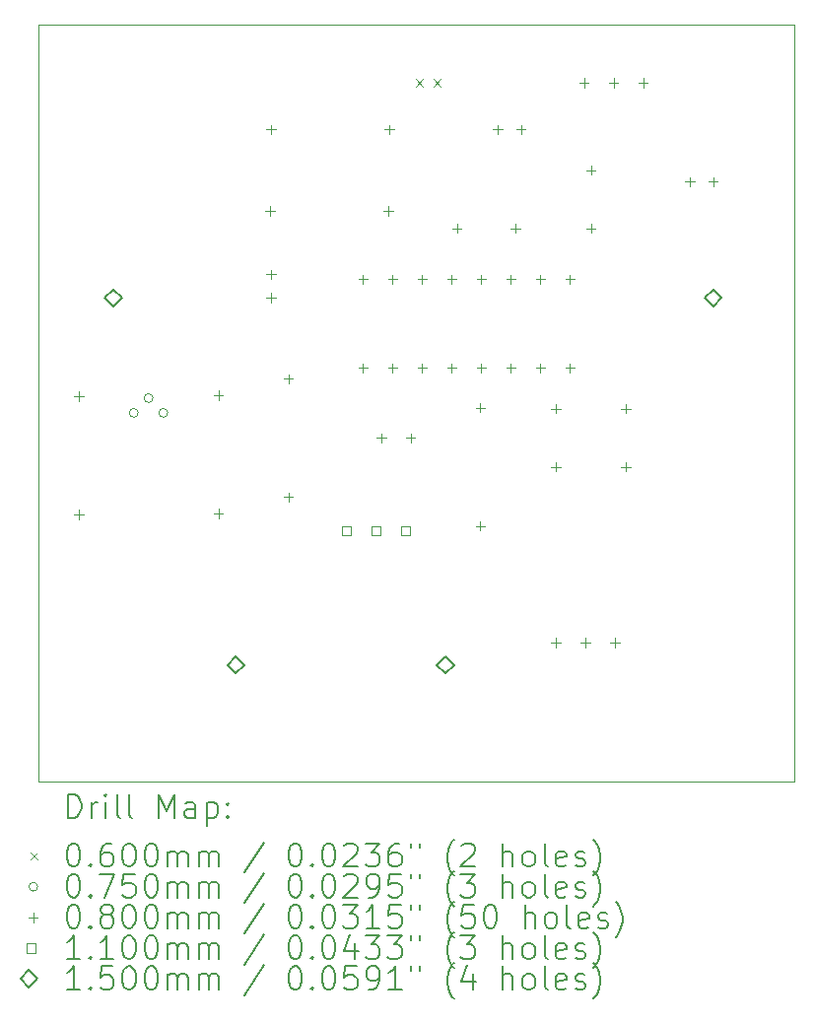
<source format=gbr>
%TF.GenerationSoftware,KiCad,Pcbnew,8.0.5*%
%TF.CreationDate,2024-10-10T16:22:46-05:00*%
%TF.ProjectId,Block-PT2399,426c6f63-6b2d-4505-9432-3339392e6b69,rev?*%
%TF.SameCoordinates,Original*%
%TF.FileFunction,Drillmap*%
%TF.FilePolarity,Positive*%
%FSLAX45Y45*%
G04 Gerber Fmt 4.5, Leading zero omitted, Abs format (unit mm)*
G04 Created by KiCad (PCBNEW 8.0.5) date 2024-10-10 16:22:46*
%MOMM*%
%LPD*%
G01*
G04 APERTURE LIST*
%ADD10C,0.050000*%
%ADD11C,0.200000*%
%ADD12C,0.100000*%
%ADD13C,0.110000*%
%ADD14C,0.150000*%
G04 APERTURE END LIST*
D10*
X10000000Y-8500000D02*
X16500000Y-8500000D01*
X16500000Y-15000000D01*
X10000000Y-15000000D01*
X10000000Y-8500000D01*
D11*
D12*
X13247740Y-8970000D02*
X13307740Y-9030000D01*
X13307740Y-8970000D02*
X13247740Y-9030000D01*
X13397740Y-8970000D02*
X13457740Y-9030000D01*
X13457740Y-8970000D02*
X13397740Y-9030000D01*
X10860500Y-11836000D02*
G75*
G02*
X10785500Y-11836000I-37500J0D01*
G01*
X10785500Y-11836000D02*
G75*
G02*
X10860500Y-11836000I37500J0D01*
G01*
X10987500Y-11709000D02*
G75*
G02*
X10912500Y-11709000I-37500J0D01*
G01*
X10912500Y-11709000D02*
G75*
G02*
X10987500Y-11709000I37500J0D01*
G01*
X11114500Y-11836000D02*
G75*
G02*
X11039500Y-11836000I-37500J0D01*
G01*
X11039500Y-11836000D02*
G75*
G02*
X11114500Y-11836000I37500J0D01*
G01*
X10350000Y-11652000D02*
X10350000Y-11732000D01*
X10310000Y-11692000D02*
X10390000Y-11692000D01*
X10350000Y-12668000D02*
X10350000Y-12748000D01*
X10310000Y-12708000D02*
X10390000Y-12708000D01*
X11550000Y-11644000D02*
X11550000Y-11724000D01*
X11510000Y-11684000D02*
X11590000Y-11684000D01*
X11550000Y-12660000D02*
X11550000Y-12740000D01*
X11510000Y-12700000D02*
X11590000Y-12700000D01*
X11992000Y-10060000D02*
X11992000Y-10140000D01*
X11952000Y-10100000D02*
X12032000Y-10100000D01*
X12000000Y-9360000D02*
X12000000Y-9440000D01*
X11960000Y-9400000D02*
X12040000Y-9400000D01*
X12000000Y-10605511D02*
X12000000Y-10685511D01*
X11960000Y-10645511D02*
X12040000Y-10645511D01*
X12000000Y-10805511D02*
X12000000Y-10885511D01*
X11960000Y-10845511D02*
X12040000Y-10845511D01*
X12150000Y-11502000D02*
X12150000Y-11582000D01*
X12110000Y-11542000D02*
X12190000Y-11542000D01*
X12150000Y-12518000D02*
X12150000Y-12598000D01*
X12110000Y-12558000D02*
X12190000Y-12558000D01*
X12792000Y-10648000D02*
X12792000Y-10728000D01*
X12752000Y-10688000D02*
X12832000Y-10688000D01*
X12792000Y-11410000D02*
X12792000Y-11490000D01*
X12752000Y-11450000D02*
X12832000Y-11450000D01*
X12950000Y-12010000D02*
X12950000Y-12090000D01*
X12910000Y-12050000D02*
X12990000Y-12050000D01*
X13008000Y-10060000D02*
X13008000Y-10140000D01*
X12968000Y-10100000D02*
X13048000Y-10100000D01*
X13016000Y-9360000D02*
X13016000Y-9440000D01*
X12976000Y-9400000D02*
X13056000Y-9400000D01*
X13046000Y-10648000D02*
X13046000Y-10728000D01*
X13006000Y-10688000D02*
X13086000Y-10688000D01*
X13046000Y-11410000D02*
X13046000Y-11490000D01*
X13006000Y-11450000D02*
X13086000Y-11450000D01*
X13200000Y-12010000D02*
X13200000Y-12090000D01*
X13160000Y-12050000D02*
X13240000Y-12050000D01*
X13300000Y-10648000D02*
X13300000Y-10728000D01*
X13260000Y-10688000D02*
X13340000Y-10688000D01*
X13300000Y-11410000D02*
X13300000Y-11490000D01*
X13260000Y-11450000D02*
X13340000Y-11450000D01*
X13554000Y-10648000D02*
X13554000Y-10728000D01*
X13514000Y-10688000D02*
X13594000Y-10688000D01*
X13554000Y-11410000D02*
X13554000Y-11490000D01*
X13514000Y-11450000D02*
X13594000Y-11450000D01*
X13600000Y-10210000D02*
X13600000Y-10290000D01*
X13560000Y-10250000D02*
X13640000Y-10250000D01*
X13800000Y-11752000D02*
X13800000Y-11832000D01*
X13760000Y-11792000D02*
X13840000Y-11792000D01*
X13800000Y-12768000D02*
X13800000Y-12848000D01*
X13760000Y-12808000D02*
X13840000Y-12808000D01*
X13808000Y-10648000D02*
X13808000Y-10728000D01*
X13768000Y-10688000D02*
X13848000Y-10688000D01*
X13808000Y-11410000D02*
X13808000Y-11490000D01*
X13768000Y-11450000D02*
X13848000Y-11450000D01*
X13950000Y-9360000D02*
X13950000Y-9440000D01*
X13910000Y-9400000D02*
X13990000Y-9400000D01*
X14062000Y-10648000D02*
X14062000Y-10728000D01*
X14022000Y-10688000D02*
X14102000Y-10688000D01*
X14062000Y-11410000D02*
X14062000Y-11490000D01*
X14022000Y-11450000D02*
X14102000Y-11450000D01*
X14100000Y-10210000D02*
X14100000Y-10290000D01*
X14060000Y-10250000D02*
X14140000Y-10250000D01*
X14150000Y-9360000D02*
X14150000Y-9440000D01*
X14110000Y-9400000D02*
X14190000Y-9400000D01*
X14316000Y-10648000D02*
X14316000Y-10728000D01*
X14276000Y-10688000D02*
X14356000Y-10688000D01*
X14316000Y-11410000D02*
X14316000Y-11490000D01*
X14276000Y-11450000D02*
X14356000Y-11450000D01*
X14447500Y-13767500D02*
X14447500Y-13847500D01*
X14407500Y-13807500D02*
X14487500Y-13807500D01*
X14450000Y-11760000D02*
X14450000Y-11840000D01*
X14410000Y-11800000D02*
X14490000Y-11800000D01*
X14450000Y-12260000D02*
X14450000Y-12340000D01*
X14410000Y-12300000D02*
X14490000Y-12300000D01*
X14570000Y-10648000D02*
X14570000Y-10728000D01*
X14530000Y-10688000D02*
X14610000Y-10688000D01*
X14570000Y-11410000D02*
X14570000Y-11490000D01*
X14530000Y-11450000D02*
X14610000Y-11450000D01*
X14692000Y-8960000D02*
X14692000Y-9040000D01*
X14652000Y-9000000D02*
X14732000Y-9000000D01*
X14701500Y-13767500D02*
X14701500Y-13847500D01*
X14661500Y-13807500D02*
X14741500Y-13807500D01*
X14750000Y-9710000D02*
X14750000Y-9790000D01*
X14710000Y-9750000D02*
X14790000Y-9750000D01*
X14750000Y-10210000D02*
X14750000Y-10290000D01*
X14710000Y-10250000D02*
X14790000Y-10250000D01*
X14946000Y-8960000D02*
X14946000Y-9040000D01*
X14906000Y-9000000D02*
X14986000Y-9000000D01*
X14955500Y-13767500D02*
X14955500Y-13847500D01*
X14915500Y-13807500D02*
X14995500Y-13807500D01*
X15050000Y-11760000D02*
X15050000Y-11840000D01*
X15010000Y-11800000D02*
X15090000Y-11800000D01*
X15050000Y-12260000D02*
X15050000Y-12340000D01*
X15010000Y-12300000D02*
X15090000Y-12300000D01*
X15200000Y-8960000D02*
X15200000Y-9040000D01*
X15160000Y-9000000D02*
X15240000Y-9000000D01*
X15600000Y-9810000D02*
X15600000Y-9890000D01*
X15560000Y-9850000D02*
X15640000Y-9850000D01*
X15800000Y-9810000D02*
X15800000Y-9890000D01*
X15760000Y-9850000D02*
X15840000Y-9850000D01*
D13*
X12688891Y-12888891D02*
X12688891Y-12811109D01*
X12611109Y-12811109D01*
X12611109Y-12888891D01*
X12688891Y-12888891D01*
X12942891Y-12888891D02*
X12942891Y-12811109D01*
X12865109Y-12811109D01*
X12865109Y-12888891D01*
X12942891Y-12888891D01*
X13196891Y-12888891D02*
X13196891Y-12811109D01*
X13119109Y-12811109D01*
X13119109Y-12888891D01*
X13196891Y-12888891D01*
D14*
X10650000Y-10925000D02*
X10725000Y-10850000D01*
X10650000Y-10775000D01*
X10575000Y-10850000D01*
X10650000Y-10925000D01*
X11700000Y-14075000D02*
X11775000Y-14000000D01*
X11700000Y-13925000D01*
X11625000Y-14000000D01*
X11700000Y-14075000D01*
X13500000Y-14075000D02*
X13575000Y-14000000D01*
X13500000Y-13925000D01*
X13425000Y-14000000D01*
X13500000Y-14075000D01*
X15800000Y-10925000D02*
X15875000Y-10850000D01*
X15800000Y-10775000D01*
X15725000Y-10850000D01*
X15800000Y-10925000D01*
D11*
X10258277Y-15313984D02*
X10258277Y-15113984D01*
X10258277Y-15113984D02*
X10305896Y-15113984D01*
X10305896Y-15113984D02*
X10334467Y-15123508D01*
X10334467Y-15123508D02*
X10353515Y-15142555D01*
X10353515Y-15142555D02*
X10363039Y-15161603D01*
X10363039Y-15161603D02*
X10372563Y-15199698D01*
X10372563Y-15199698D02*
X10372563Y-15228269D01*
X10372563Y-15228269D02*
X10363039Y-15266365D01*
X10363039Y-15266365D02*
X10353515Y-15285412D01*
X10353515Y-15285412D02*
X10334467Y-15304460D01*
X10334467Y-15304460D02*
X10305896Y-15313984D01*
X10305896Y-15313984D02*
X10258277Y-15313984D01*
X10458277Y-15313984D02*
X10458277Y-15180650D01*
X10458277Y-15218746D02*
X10467801Y-15199698D01*
X10467801Y-15199698D02*
X10477324Y-15190174D01*
X10477324Y-15190174D02*
X10496372Y-15180650D01*
X10496372Y-15180650D02*
X10515420Y-15180650D01*
X10582086Y-15313984D02*
X10582086Y-15180650D01*
X10582086Y-15113984D02*
X10572563Y-15123508D01*
X10572563Y-15123508D02*
X10582086Y-15133031D01*
X10582086Y-15133031D02*
X10591610Y-15123508D01*
X10591610Y-15123508D02*
X10582086Y-15113984D01*
X10582086Y-15113984D02*
X10582086Y-15133031D01*
X10705896Y-15313984D02*
X10686848Y-15304460D01*
X10686848Y-15304460D02*
X10677324Y-15285412D01*
X10677324Y-15285412D02*
X10677324Y-15113984D01*
X10810658Y-15313984D02*
X10791610Y-15304460D01*
X10791610Y-15304460D02*
X10782086Y-15285412D01*
X10782086Y-15285412D02*
X10782086Y-15113984D01*
X11039229Y-15313984D02*
X11039229Y-15113984D01*
X11039229Y-15113984D02*
X11105896Y-15256841D01*
X11105896Y-15256841D02*
X11172563Y-15113984D01*
X11172563Y-15113984D02*
X11172563Y-15313984D01*
X11353515Y-15313984D02*
X11353515Y-15209222D01*
X11353515Y-15209222D02*
X11343991Y-15190174D01*
X11343991Y-15190174D02*
X11324943Y-15180650D01*
X11324943Y-15180650D02*
X11286848Y-15180650D01*
X11286848Y-15180650D02*
X11267801Y-15190174D01*
X11353515Y-15304460D02*
X11334467Y-15313984D01*
X11334467Y-15313984D02*
X11286848Y-15313984D01*
X11286848Y-15313984D02*
X11267801Y-15304460D01*
X11267801Y-15304460D02*
X11258277Y-15285412D01*
X11258277Y-15285412D02*
X11258277Y-15266365D01*
X11258277Y-15266365D02*
X11267801Y-15247317D01*
X11267801Y-15247317D02*
X11286848Y-15237793D01*
X11286848Y-15237793D02*
X11334467Y-15237793D01*
X11334467Y-15237793D02*
X11353515Y-15228269D01*
X11448753Y-15180650D02*
X11448753Y-15380650D01*
X11448753Y-15190174D02*
X11467801Y-15180650D01*
X11467801Y-15180650D02*
X11505896Y-15180650D01*
X11505896Y-15180650D02*
X11524943Y-15190174D01*
X11524943Y-15190174D02*
X11534467Y-15199698D01*
X11534467Y-15199698D02*
X11543991Y-15218746D01*
X11543991Y-15218746D02*
X11543991Y-15275888D01*
X11543991Y-15275888D02*
X11534467Y-15294936D01*
X11534467Y-15294936D02*
X11524943Y-15304460D01*
X11524943Y-15304460D02*
X11505896Y-15313984D01*
X11505896Y-15313984D02*
X11467801Y-15313984D01*
X11467801Y-15313984D02*
X11448753Y-15304460D01*
X11629705Y-15294936D02*
X11639229Y-15304460D01*
X11639229Y-15304460D02*
X11629705Y-15313984D01*
X11629705Y-15313984D02*
X11620182Y-15304460D01*
X11620182Y-15304460D02*
X11629705Y-15294936D01*
X11629705Y-15294936D02*
X11629705Y-15313984D01*
X11629705Y-15190174D02*
X11639229Y-15199698D01*
X11639229Y-15199698D02*
X11629705Y-15209222D01*
X11629705Y-15209222D02*
X11620182Y-15199698D01*
X11620182Y-15199698D02*
X11629705Y-15190174D01*
X11629705Y-15190174D02*
X11629705Y-15209222D01*
D12*
X9937500Y-15612500D02*
X9997500Y-15672500D01*
X9997500Y-15612500D02*
X9937500Y-15672500D01*
D11*
X10296372Y-15533984D02*
X10315420Y-15533984D01*
X10315420Y-15533984D02*
X10334467Y-15543508D01*
X10334467Y-15543508D02*
X10343991Y-15553031D01*
X10343991Y-15553031D02*
X10353515Y-15572079D01*
X10353515Y-15572079D02*
X10363039Y-15610174D01*
X10363039Y-15610174D02*
X10363039Y-15657793D01*
X10363039Y-15657793D02*
X10353515Y-15695888D01*
X10353515Y-15695888D02*
X10343991Y-15714936D01*
X10343991Y-15714936D02*
X10334467Y-15724460D01*
X10334467Y-15724460D02*
X10315420Y-15733984D01*
X10315420Y-15733984D02*
X10296372Y-15733984D01*
X10296372Y-15733984D02*
X10277324Y-15724460D01*
X10277324Y-15724460D02*
X10267801Y-15714936D01*
X10267801Y-15714936D02*
X10258277Y-15695888D01*
X10258277Y-15695888D02*
X10248753Y-15657793D01*
X10248753Y-15657793D02*
X10248753Y-15610174D01*
X10248753Y-15610174D02*
X10258277Y-15572079D01*
X10258277Y-15572079D02*
X10267801Y-15553031D01*
X10267801Y-15553031D02*
X10277324Y-15543508D01*
X10277324Y-15543508D02*
X10296372Y-15533984D01*
X10448753Y-15714936D02*
X10458277Y-15724460D01*
X10458277Y-15724460D02*
X10448753Y-15733984D01*
X10448753Y-15733984D02*
X10439229Y-15724460D01*
X10439229Y-15724460D02*
X10448753Y-15714936D01*
X10448753Y-15714936D02*
X10448753Y-15733984D01*
X10629705Y-15533984D02*
X10591610Y-15533984D01*
X10591610Y-15533984D02*
X10572563Y-15543508D01*
X10572563Y-15543508D02*
X10563039Y-15553031D01*
X10563039Y-15553031D02*
X10543991Y-15581603D01*
X10543991Y-15581603D02*
X10534467Y-15619698D01*
X10534467Y-15619698D02*
X10534467Y-15695888D01*
X10534467Y-15695888D02*
X10543991Y-15714936D01*
X10543991Y-15714936D02*
X10553515Y-15724460D01*
X10553515Y-15724460D02*
X10572563Y-15733984D01*
X10572563Y-15733984D02*
X10610658Y-15733984D01*
X10610658Y-15733984D02*
X10629705Y-15724460D01*
X10629705Y-15724460D02*
X10639229Y-15714936D01*
X10639229Y-15714936D02*
X10648753Y-15695888D01*
X10648753Y-15695888D02*
X10648753Y-15648269D01*
X10648753Y-15648269D02*
X10639229Y-15629222D01*
X10639229Y-15629222D02*
X10629705Y-15619698D01*
X10629705Y-15619698D02*
X10610658Y-15610174D01*
X10610658Y-15610174D02*
X10572563Y-15610174D01*
X10572563Y-15610174D02*
X10553515Y-15619698D01*
X10553515Y-15619698D02*
X10543991Y-15629222D01*
X10543991Y-15629222D02*
X10534467Y-15648269D01*
X10772563Y-15533984D02*
X10791610Y-15533984D01*
X10791610Y-15533984D02*
X10810658Y-15543508D01*
X10810658Y-15543508D02*
X10820182Y-15553031D01*
X10820182Y-15553031D02*
X10829705Y-15572079D01*
X10829705Y-15572079D02*
X10839229Y-15610174D01*
X10839229Y-15610174D02*
X10839229Y-15657793D01*
X10839229Y-15657793D02*
X10829705Y-15695888D01*
X10829705Y-15695888D02*
X10820182Y-15714936D01*
X10820182Y-15714936D02*
X10810658Y-15724460D01*
X10810658Y-15724460D02*
X10791610Y-15733984D01*
X10791610Y-15733984D02*
X10772563Y-15733984D01*
X10772563Y-15733984D02*
X10753515Y-15724460D01*
X10753515Y-15724460D02*
X10743991Y-15714936D01*
X10743991Y-15714936D02*
X10734467Y-15695888D01*
X10734467Y-15695888D02*
X10724944Y-15657793D01*
X10724944Y-15657793D02*
X10724944Y-15610174D01*
X10724944Y-15610174D02*
X10734467Y-15572079D01*
X10734467Y-15572079D02*
X10743991Y-15553031D01*
X10743991Y-15553031D02*
X10753515Y-15543508D01*
X10753515Y-15543508D02*
X10772563Y-15533984D01*
X10963039Y-15533984D02*
X10982086Y-15533984D01*
X10982086Y-15533984D02*
X11001134Y-15543508D01*
X11001134Y-15543508D02*
X11010658Y-15553031D01*
X11010658Y-15553031D02*
X11020182Y-15572079D01*
X11020182Y-15572079D02*
X11029705Y-15610174D01*
X11029705Y-15610174D02*
X11029705Y-15657793D01*
X11029705Y-15657793D02*
X11020182Y-15695888D01*
X11020182Y-15695888D02*
X11010658Y-15714936D01*
X11010658Y-15714936D02*
X11001134Y-15724460D01*
X11001134Y-15724460D02*
X10982086Y-15733984D01*
X10982086Y-15733984D02*
X10963039Y-15733984D01*
X10963039Y-15733984D02*
X10943991Y-15724460D01*
X10943991Y-15724460D02*
X10934467Y-15714936D01*
X10934467Y-15714936D02*
X10924944Y-15695888D01*
X10924944Y-15695888D02*
X10915420Y-15657793D01*
X10915420Y-15657793D02*
X10915420Y-15610174D01*
X10915420Y-15610174D02*
X10924944Y-15572079D01*
X10924944Y-15572079D02*
X10934467Y-15553031D01*
X10934467Y-15553031D02*
X10943991Y-15543508D01*
X10943991Y-15543508D02*
X10963039Y-15533984D01*
X11115420Y-15733984D02*
X11115420Y-15600650D01*
X11115420Y-15619698D02*
X11124944Y-15610174D01*
X11124944Y-15610174D02*
X11143991Y-15600650D01*
X11143991Y-15600650D02*
X11172563Y-15600650D01*
X11172563Y-15600650D02*
X11191610Y-15610174D01*
X11191610Y-15610174D02*
X11201134Y-15629222D01*
X11201134Y-15629222D02*
X11201134Y-15733984D01*
X11201134Y-15629222D02*
X11210658Y-15610174D01*
X11210658Y-15610174D02*
X11229705Y-15600650D01*
X11229705Y-15600650D02*
X11258277Y-15600650D01*
X11258277Y-15600650D02*
X11277324Y-15610174D01*
X11277324Y-15610174D02*
X11286848Y-15629222D01*
X11286848Y-15629222D02*
X11286848Y-15733984D01*
X11382086Y-15733984D02*
X11382086Y-15600650D01*
X11382086Y-15619698D02*
X11391610Y-15610174D01*
X11391610Y-15610174D02*
X11410658Y-15600650D01*
X11410658Y-15600650D02*
X11439229Y-15600650D01*
X11439229Y-15600650D02*
X11458277Y-15610174D01*
X11458277Y-15610174D02*
X11467801Y-15629222D01*
X11467801Y-15629222D02*
X11467801Y-15733984D01*
X11467801Y-15629222D02*
X11477324Y-15610174D01*
X11477324Y-15610174D02*
X11496372Y-15600650D01*
X11496372Y-15600650D02*
X11524943Y-15600650D01*
X11524943Y-15600650D02*
X11543991Y-15610174D01*
X11543991Y-15610174D02*
X11553515Y-15629222D01*
X11553515Y-15629222D02*
X11553515Y-15733984D01*
X11943991Y-15524460D02*
X11772563Y-15781603D01*
X12201134Y-15533984D02*
X12220182Y-15533984D01*
X12220182Y-15533984D02*
X12239229Y-15543508D01*
X12239229Y-15543508D02*
X12248753Y-15553031D01*
X12248753Y-15553031D02*
X12258277Y-15572079D01*
X12258277Y-15572079D02*
X12267801Y-15610174D01*
X12267801Y-15610174D02*
X12267801Y-15657793D01*
X12267801Y-15657793D02*
X12258277Y-15695888D01*
X12258277Y-15695888D02*
X12248753Y-15714936D01*
X12248753Y-15714936D02*
X12239229Y-15724460D01*
X12239229Y-15724460D02*
X12220182Y-15733984D01*
X12220182Y-15733984D02*
X12201134Y-15733984D01*
X12201134Y-15733984D02*
X12182086Y-15724460D01*
X12182086Y-15724460D02*
X12172563Y-15714936D01*
X12172563Y-15714936D02*
X12163039Y-15695888D01*
X12163039Y-15695888D02*
X12153515Y-15657793D01*
X12153515Y-15657793D02*
X12153515Y-15610174D01*
X12153515Y-15610174D02*
X12163039Y-15572079D01*
X12163039Y-15572079D02*
X12172563Y-15553031D01*
X12172563Y-15553031D02*
X12182086Y-15543508D01*
X12182086Y-15543508D02*
X12201134Y-15533984D01*
X12353515Y-15714936D02*
X12363039Y-15724460D01*
X12363039Y-15724460D02*
X12353515Y-15733984D01*
X12353515Y-15733984D02*
X12343991Y-15724460D01*
X12343991Y-15724460D02*
X12353515Y-15714936D01*
X12353515Y-15714936D02*
X12353515Y-15733984D01*
X12486848Y-15533984D02*
X12505896Y-15533984D01*
X12505896Y-15533984D02*
X12524944Y-15543508D01*
X12524944Y-15543508D02*
X12534467Y-15553031D01*
X12534467Y-15553031D02*
X12543991Y-15572079D01*
X12543991Y-15572079D02*
X12553515Y-15610174D01*
X12553515Y-15610174D02*
X12553515Y-15657793D01*
X12553515Y-15657793D02*
X12543991Y-15695888D01*
X12543991Y-15695888D02*
X12534467Y-15714936D01*
X12534467Y-15714936D02*
X12524944Y-15724460D01*
X12524944Y-15724460D02*
X12505896Y-15733984D01*
X12505896Y-15733984D02*
X12486848Y-15733984D01*
X12486848Y-15733984D02*
X12467801Y-15724460D01*
X12467801Y-15724460D02*
X12458277Y-15714936D01*
X12458277Y-15714936D02*
X12448753Y-15695888D01*
X12448753Y-15695888D02*
X12439229Y-15657793D01*
X12439229Y-15657793D02*
X12439229Y-15610174D01*
X12439229Y-15610174D02*
X12448753Y-15572079D01*
X12448753Y-15572079D02*
X12458277Y-15553031D01*
X12458277Y-15553031D02*
X12467801Y-15543508D01*
X12467801Y-15543508D02*
X12486848Y-15533984D01*
X12629706Y-15553031D02*
X12639229Y-15543508D01*
X12639229Y-15543508D02*
X12658277Y-15533984D01*
X12658277Y-15533984D02*
X12705896Y-15533984D01*
X12705896Y-15533984D02*
X12724944Y-15543508D01*
X12724944Y-15543508D02*
X12734467Y-15553031D01*
X12734467Y-15553031D02*
X12743991Y-15572079D01*
X12743991Y-15572079D02*
X12743991Y-15591127D01*
X12743991Y-15591127D02*
X12734467Y-15619698D01*
X12734467Y-15619698D02*
X12620182Y-15733984D01*
X12620182Y-15733984D02*
X12743991Y-15733984D01*
X12810658Y-15533984D02*
X12934467Y-15533984D01*
X12934467Y-15533984D02*
X12867801Y-15610174D01*
X12867801Y-15610174D02*
X12896372Y-15610174D01*
X12896372Y-15610174D02*
X12915420Y-15619698D01*
X12915420Y-15619698D02*
X12924944Y-15629222D01*
X12924944Y-15629222D02*
X12934467Y-15648269D01*
X12934467Y-15648269D02*
X12934467Y-15695888D01*
X12934467Y-15695888D02*
X12924944Y-15714936D01*
X12924944Y-15714936D02*
X12915420Y-15724460D01*
X12915420Y-15724460D02*
X12896372Y-15733984D01*
X12896372Y-15733984D02*
X12839229Y-15733984D01*
X12839229Y-15733984D02*
X12820182Y-15724460D01*
X12820182Y-15724460D02*
X12810658Y-15714936D01*
X13105896Y-15533984D02*
X13067801Y-15533984D01*
X13067801Y-15533984D02*
X13048753Y-15543508D01*
X13048753Y-15543508D02*
X13039229Y-15553031D01*
X13039229Y-15553031D02*
X13020182Y-15581603D01*
X13020182Y-15581603D02*
X13010658Y-15619698D01*
X13010658Y-15619698D02*
X13010658Y-15695888D01*
X13010658Y-15695888D02*
X13020182Y-15714936D01*
X13020182Y-15714936D02*
X13029706Y-15724460D01*
X13029706Y-15724460D02*
X13048753Y-15733984D01*
X13048753Y-15733984D02*
X13086848Y-15733984D01*
X13086848Y-15733984D02*
X13105896Y-15724460D01*
X13105896Y-15724460D02*
X13115420Y-15714936D01*
X13115420Y-15714936D02*
X13124944Y-15695888D01*
X13124944Y-15695888D02*
X13124944Y-15648269D01*
X13124944Y-15648269D02*
X13115420Y-15629222D01*
X13115420Y-15629222D02*
X13105896Y-15619698D01*
X13105896Y-15619698D02*
X13086848Y-15610174D01*
X13086848Y-15610174D02*
X13048753Y-15610174D01*
X13048753Y-15610174D02*
X13029706Y-15619698D01*
X13029706Y-15619698D02*
X13020182Y-15629222D01*
X13020182Y-15629222D02*
X13010658Y-15648269D01*
X13201134Y-15533984D02*
X13201134Y-15572079D01*
X13277325Y-15533984D02*
X13277325Y-15572079D01*
X13572563Y-15810174D02*
X13563039Y-15800650D01*
X13563039Y-15800650D02*
X13543991Y-15772079D01*
X13543991Y-15772079D02*
X13534468Y-15753031D01*
X13534468Y-15753031D02*
X13524944Y-15724460D01*
X13524944Y-15724460D02*
X13515420Y-15676841D01*
X13515420Y-15676841D02*
X13515420Y-15638746D01*
X13515420Y-15638746D02*
X13524944Y-15591127D01*
X13524944Y-15591127D02*
X13534468Y-15562555D01*
X13534468Y-15562555D02*
X13543991Y-15543508D01*
X13543991Y-15543508D02*
X13563039Y-15514936D01*
X13563039Y-15514936D02*
X13572563Y-15505412D01*
X13639229Y-15553031D02*
X13648753Y-15543508D01*
X13648753Y-15543508D02*
X13667801Y-15533984D01*
X13667801Y-15533984D02*
X13715420Y-15533984D01*
X13715420Y-15533984D02*
X13734468Y-15543508D01*
X13734468Y-15543508D02*
X13743991Y-15553031D01*
X13743991Y-15553031D02*
X13753515Y-15572079D01*
X13753515Y-15572079D02*
X13753515Y-15591127D01*
X13753515Y-15591127D02*
X13743991Y-15619698D01*
X13743991Y-15619698D02*
X13629706Y-15733984D01*
X13629706Y-15733984D02*
X13753515Y-15733984D01*
X13991610Y-15733984D02*
X13991610Y-15533984D01*
X14077325Y-15733984D02*
X14077325Y-15629222D01*
X14077325Y-15629222D02*
X14067801Y-15610174D01*
X14067801Y-15610174D02*
X14048753Y-15600650D01*
X14048753Y-15600650D02*
X14020182Y-15600650D01*
X14020182Y-15600650D02*
X14001134Y-15610174D01*
X14001134Y-15610174D02*
X13991610Y-15619698D01*
X14201134Y-15733984D02*
X14182087Y-15724460D01*
X14182087Y-15724460D02*
X14172563Y-15714936D01*
X14172563Y-15714936D02*
X14163039Y-15695888D01*
X14163039Y-15695888D02*
X14163039Y-15638746D01*
X14163039Y-15638746D02*
X14172563Y-15619698D01*
X14172563Y-15619698D02*
X14182087Y-15610174D01*
X14182087Y-15610174D02*
X14201134Y-15600650D01*
X14201134Y-15600650D02*
X14229706Y-15600650D01*
X14229706Y-15600650D02*
X14248753Y-15610174D01*
X14248753Y-15610174D02*
X14258277Y-15619698D01*
X14258277Y-15619698D02*
X14267801Y-15638746D01*
X14267801Y-15638746D02*
X14267801Y-15695888D01*
X14267801Y-15695888D02*
X14258277Y-15714936D01*
X14258277Y-15714936D02*
X14248753Y-15724460D01*
X14248753Y-15724460D02*
X14229706Y-15733984D01*
X14229706Y-15733984D02*
X14201134Y-15733984D01*
X14382087Y-15733984D02*
X14363039Y-15724460D01*
X14363039Y-15724460D02*
X14353515Y-15705412D01*
X14353515Y-15705412D02*
X14353515Y-15533984D01*
X14534468Y-15724460D02*
X14515420Y-15733984D01*
X14515420Y-15733984D02*
X14477325Y-15733984D01*
X14477325Y-15733984D02*
X14458277Y-15724460D01*
X14458277Y-15724460D02*
X14448753Y-15705412D01*
X14448753Y-15705412D02*
X14448753Y-15629222D01*
X14448753Y-15629222D02*
X14458277Y-15610174D01*
X14458277Y-15610174D02*
X14477325Y-15600650D01*
X14477325Y-15600650D02*
X14515420Y-15600650D01*
X14515420Y-15600650D02*
X14534468Y-15610174D01*
X14534468Y-15610174D02*
X14543991Y-15629222D01*
X14543991Y-15629222D02*
X14543991Y-15648269D01*
X14543991Y-15648269D02*
X14448753Y-15667317D01*
X14620182Y-15724460D02*
X14639230Y-15733984D01*
X14639230Y-15733984D02*
X14677325Y-15733984D01*
X14677325Y-15733984D02*
X14696372Y-15724460D01*
X14696372Y-15724460D02*
X14705896Y-15705412D01*
X14705896Y-15705412D02*
X14705896Y-15695888D01*
X14705896Y-15695888D02*
X14696372Y-15676841D01*
X14696372Y-15676841D02*
X14677325Y-15667317D01*
X14677325Y-15667317D02*
X14648753Y-15667317D01*
X14648753Y-15667317D02*
X14629706Y-15657793D01*
X14629706Y-15657793D02*
X14620182Y-15638746D01*
X14620182Y-15638746D02*
X14620182Y-15629222D01*
X14620182Y-15629222D02*
X14629706Y-15610174D01*
X14629706Y-15610174D02*
X14648753Y-15600650D01*
X14648753Y-15600650D02*
X14677325Y-15600650D01*
X14677325Y-15600650D02*
X14696372Y-15610174D01*
X14772563Y-15810174D02*
X14782087Y-15800650D01*
X14782087Y-15800650D02*
X14801134Y-15772079D01*
X14801134Y-15772079D02*
X14810658Y-15753031D01*
X14810658Y-15753031D02*
X14820182Y-15724460D01*
X14820182Y-15724460D02*
X14829706Y-15676841D01*
X14829706Y-15676841D02*
X14829706Y-15638746D01*
X14829706Y-15638746D02*
X14820182Y-15591127D01*
X14820182Y-15591127D02*
X14810658Y-15562555D01*
X14810658Y-15562555D02*
X14801134Y-15543508D01*
X14801134Y-15543508D02*
X14782087Y-15514936D01*
X14782087Y-15514936D02*
X14772563Y-15505412D01*
D12*
X9997500Y-15906500D02*
G75*
G02*
X9922500Y-15906500I-37500J0D01*
G01*
X9922500Y-15906500D02*
G75*
G02*
X9997500Y-15906500I37500J0D01*
G01*
D11*
X10296372Y-15797984D02*
X10315420Y-15797984D01*
X10315420Y-15797984D02*
X10334467Y-15807508D01*
X10334467Y-15807508D02*
X10343991Y-15817031D01*
X10343991Y-15817031D02*
X10353515Y-15836079D01*
X10353515Y-15836079D02*
X10363039Y-15874174D01*
X10363039Y-15874174D02*
X10363039Y-15921793D01*
X10363039Y-15921793D02*
X10353515Y-15959888D01*
X10353515Y-15959888D02*
X10343991Y-15978936D01*
X10343991Y-15978936D02*
X10334467Y-15988460D01*
X10334467Y-15988460D02*
X10315420Y-15997984D01*
X10315420Y-15997984D02*
X10296372Y-15997984D01*
X10296372Y-15997984D02*
X10277324Y-15988460D01*
X10277324Y-15988460D02*
X10267801Y-15978936D01*
X10267801Y-15978936D02*
X10258277Y-15959888D01*
X10258277Y-15959888D02*
X10248753Y-15921793D01*
X10248753Y-15921793D02*
X10248753Y-15874174D01*
X10248753Y-15874174D02*
X10258277Y-15836079D01*
X10258277Y-15836079D02*
X10267801Y-15817031D01*
X10267801Y-15817031D02*
X10277324Y-15807508D01*
X10277324Y-15807508D02*
X10296372Y-15797984D01*
X10448753Y-15978936D02*
X10458277Y-15988460D01*
X10458277Y-15988460D02*
X10448753Y-15997984D01*
X10448753Y-15997984D02*
X10439229Y-15988460D01*
X10439229Y-15988460D02*
X10448753Y-15978936D01*
X10448753Y-15978936D02*
X10448753Y-15997984D01*
X10524944Y-15797984D02*
X10658277Y-15797984D01*
X10658277Y-15797984D02*
X10572563Y-15997984D01*
X10829705Y-15797984D02*
X10734467Y-15797984D01*
X10734467Y-15797984D02*
X10724944Y-15893222D01*
X10724944Y-15893222D02*
X10734467Y-15883698D01*
X10734467Y-15883698D02*
X10753515Y-15874174D01*
X10753515Y-15874174D02*
X10801134Y-15874174D01*
X10801134Y-15874174D02*
X10820182Y-15883698D01*
X10820182Y-15883698D02*
X10829705Y-15893222D01*
X10829705Y-15893222D02*
X10839229Y-15912269D01*
X10839229Y-15912269D02*
X10839229Y-15959888D01*
X10839229Y-15959888D02*
X10829705Y-15978936D01*
X10829705Y-15978936D02*
X10820182Y-15988460D01*
X10820182Y-15988460D02*
X10801134Y-15997984D01*
X10801134Y-15997984D02*
X10753515Y-15997984D01*
X10753515Y-15997984D02*
X10734467Y-15988460D01*
X10734467Y-15988460D02*
X10724944Y-15978936D01*
X10963039Y-15797984D02*
X10982086Y-15797984D01*
X10982086Y-15797984D02*
X11001134Y-15807508D01*
X11001134Y-15807508D02*
X11010658Y-15817031D01*
X11010658Y-15817031D02*
X11020182Y-15836079D01*
X11020182Y-15836079D02*
X11029705Y-15874174D01*
X11029705Y-15874174D02*
X11029705Y-15921793D01*
X11029705Y-15921793D02*
X11020182Y-15959888D01*
X11020182Y-15959888D02*
X11010658Y-15978936D01*
X11010658Y-15978936D02*
X11001134Y-15988460D01*
X11001134Y-15988460D02*
X10982086Y-15997984D01*
X10982086Y-15997984D02*
X10963039Y-15997984D01*
X10963039Y-15997984D02*
X10943991Y-15988460D01*
X10943991Y-15988460D02*
X10934467Y-15978936D01*
X10934467Y-15978936D02*
X10924944Y-15959888D01*
X10924944Y-15959888D02*
X10915420Y-15921793D01*
X10915420Y-15921793D02*
X10915420Y-15874174D01*
X10915420Y-15874174D02*
X10924944Y-15836079D01*
X10924944Y-15836079D02*
X10934467Y-15817031D01*
X10934467Y-15817031D02*
X10943991Y-15807508D01*
X10943991Y-15807508D02*
X10963039Y-15797984D01*
X11115420Y-15997984D02*
X11115420Y-15864650D01*
X11115420Y-15883698D02*
X11124944Y-15874174D01*
X11124944Y-15874174D02*
X11143991Y-15864650D01*
X11143991Y-15864650D02*
X11172563Y-15864650D01*
X11172563Y-15864650D02*
X11191610Y-15874174D01*
X11191610Y-15874174D02*
X11201134Y-15893222D01*
X11201134Y-15893222D02*
X11201134Y-15997984D01*
X11201134Y-15893222D02*
X11210658Y-15874174D01*
X11210658Y-15874174D02*
X11229705Y-15864650D01*
X11229705Y-15864650D02*
X11258277Y-15864650D01*
X11258277Y-15864650D02*
X11277324Y-15874174D01*
X11277324Y-15874174D02*
X11286848Y-15893222D01*
X11286848Y-15893222D02*
X11286848Y-15997984D01*
X11382086Y-15997984D02*
X11382086Y-15864650D01*
X11382086Y-15883698D02*
X11391610Y-15874174D01*
X11391610Y-15874174D02*
X11410658Y-15864650D01*
X11410658Y-15864650D02*
X11439229Y-15864650D01*
X11439229Y-15864650D02*
X11458277Y-15874174D01*
X11458277Y-15874174D02*
X11467801Y-15893222D01*
X11467801Y-15893222D02*
X11467801Y-15997984D01*
X11467801Y-15893222D02*
X11477324Y-15874174D01*
X11477324Y-15874174D02*
X11496372Y-15864650D01*
X11496372Y-15864650D02*
X11524943Y-15864650D01*
X11524943Y-15864650D02*
X11543991Y-15874174D01*
X11543991Y-15874174D02*
X11553515Y-15893222D01*
X11553515Y-15893222D02*
X11553515Y-15997984D01*
X11943991Y-15788460D02*
X11772563Y-16045603D01*
X12201134Y-15797984D02*
X12220182Y-15797984D01*
X12220182Y-15797984D02*
X12239229Y-15807508D01*
X12239229Y-15807508D02*
X12248753Y-15817031D01*
X12248753Y-15817031D02*
X12258277Y-15836079D01*
X12258277Y-15836079D02*
X12267801Y-15874174D01*
X12267801Y-15874174D02*
X12267801Y-15921793D01*
X12267801Y-15921793D02*
X12258277Y-15959888D01*
X12258277Y-15959888D02*
X12248753Y-15978936D01*
X12248753Y-15978936D02*
X12239229Y-15988460D01*
X12239229Y-15988460D02*
X12220182Y-15997984D01*
X12220182Y-15997984D02*
X12201134Y-15997984D01*
X12201134Y-15997984D02*
X12182086Y-15988460D01*
X12182086Y-15988460D02*
X12172563Y-15978936D01*
X12172563Y-15978936D02*
X12163039Y-15959888D01*
X12163039Y-15959888D02*
X12153515Y-15921793D01*
X12153515Y-15921793D02*
X12153515Y-15874174D01*
X12153515Y-15874174D02*
X12163039Y-15836079D01*
X12163039Y-15836079D02*
X12172563Y-15817031D01*
X12172563Y-15817031D02*
X12182086Y-15807508D01*
X12182086Y-15807508D02*
X12201134Y-15797984D01*
X12353515Y-15978936D02*
X12363039Y-15988460D01*
X12363039Y-15988460D02*
X12353515Y-15997984D01*
X12353515Y-15997984D02*
X12343991Y-15988460D01*
X12343991Y-15988460D02*
X12353515Y-15978936D01*
X12353515Y-15978936D02*
X12353515Y-15997984D01*
X12486848Y-15797984D02*
X12505896Y-15797984D01*
X12505896Y-15797984D02*
X12524944Y-15807508D01*
X12524944Y-15807508D02*
X12534467Y-15817031D01*
X12534467Y-15817031D02*
X12543991Y-15836079D01*
X12543991Y-15836079D02*
X12553515Y-15874174D01*
X12553515Y-15874174D02*
X12553515Y-15921793D01*
X12553515Y-15921793D02*
X12543991Y-15959888D01*
X12543991Y-15959888D02*
X12534467Y-15978936D01*
X12534467Y-15978936D02*
X12524944Y-15988460D01*
X12524944Y-15988460D02*
X12505896Y-15997984D01*
X12505896Y-15997984D02*
X12486848Y-15997984D01*
X12486848Y-15997984D02*
X12467801Y-15988460D01*
X12467801Y-15988460D02*
X12458277Y-15978936D01*
X12458277Y-15978936D02*
X12448753Y-15959888D01*
X12448753Y-15959888D02*
X12439229Y-15921793D01*
X12439229Y-15921793D02*
X12439229Y-15874174D01*
X12439229Y-15874174D02*
X12448753Y-15836079D01*
X12448753Y-15836079D02*
X12458277Y-15817031D01*
X12458277Y-15817031D02*
X12467801Y-15807508D01*
X12467801Y-15807508D02*
X12486848Y-15797984D01*
X12629706Y-15817031D02*
X12639229Y-15807508D01*
X12639229Y-15807508D02*
X12658277Y-15797984D01*
X12658277Y-15797984D02*
X12705896Y-15797984D01*
X12705896Y-15797984D02*
X12724944Y-15807508D01*
X12724944Y-15807508D02*
X12734467Y-15817031D01*
X12734467Y-15817031D02*
X12743991Y-15836079D01*
X12743991Y-15836079D02*
X12743991Y-15855127D01*
X12743991Y-15855127D02*
X12734467Y-15883698D01*
X12734467Y-15883698D02*
X12620182Y-15997984D01*
X12620182Y-15997984D02*
X12743991Y-15997984D01*
X12839229Y-15997984D02*
X12877325Y-15997984D01*
X12877325Y-15997984D02*
X12896372Y-15988460D01*
X12896372Y-15988460D02*
X12905896Y-15978936D01*
X12905896Y-15978936D02*
X12924944Y-15950365D01*
X12924944Y-15950365D02*
X12934467Y-15912269D01*
X12934467Y-15912269D02*
X12934467Y-15836079D01*
X12934467Y-15836079D02*
X12924944Y-15817031D01*
X12924944Y-15817031D02*
X12915420Y-15807508D01*
X12915420Y-15807508D02*
X12896372Y-15797984D01*
X12896372Y-15797984D02*
X12858277Y-15797984D01*
X12858277Y-15797984D02*
X12839229Y-15807508D01*
X12839229Y-15807508D02*
X12829706Y-15817031D01*
X12829706Y-15817031D02*
X12820182Y-15836079D01*
X12820182Y-15836079D02*
X12820182Y-15883698D01*
X12820182Y-15883698D02*
X12829706Y-15902746D01*
X12829706Y-15902746D02*
X12839229Y-15912269D01*
X12839229Y-15912269D02*
X12858277Y-15921793D01*
X12858277Y-15921793D02*
X12896372Y-15921793D01*
X12896372Y-15921793D02*
X12915420Y-15912269D01*
X12915420Y-15912269D02*
X12924944Y-15902746D01*
X12924944Y-15902746D02*
X12934467Y-15883698D01*
X13115420Y-15797984D02*
X13020182Y-15797984D01*
X13020182Y-15797984D02*
X13010658Y-15893222D01*
X13010658Y-15893222D02*
X13020182Y-15883698D01*
X13020182Y-15883698D02*
X13039229Y-15874174D01*
X13039229Y-15874174D02*
X13086848Y-15874174D01*
X13086848Y-15874174D02*
X13105896Y-15883698D01*
X13105896Y-15883698D02*
X13115420Y-15893222D01*
X13115420Y-15893222D02*
X13124944Y-15912269D01*
X13124944Y-15912269D02*
X13124944Y-15959888D01*
X13124944Y-15959888D02*
X13115420Y-15978936D01*
X13115420Y-15978936D02*
X13105896Y-15988460D01*
X13105896Y-15988460D02*
X13086848Y-15997984D01*
X13086848Y-15997984D02*
X13039229Y-15997984D01*
X13039229Y-15997984D02*
X13020182Y-15988460D01*
X13020182Y-15988460D02*
X13010658Y-15978936D01*
X13201134Y-15797984D02*
X13201134Y-15836079D01*
X13277325Y-15797984D02*
X13277325Y-15836079D01*
X13572563Y-16074174D02*
X13563039Y-16064650D01*
X13563039Y-16064650D02*
X13543991Y-16036079D01*
X13543991Y-16036079D02*
X13534468Y-16017031D01*
X13534468Y-16017031D02*
X13524944Y-15988460D01*
X13524944Y-15988460D02*
X13515420Y-15940841D01*
X13515420Y-15940841D02*
X13515420Y-15902746D01*
X13515420Y-15902746D02*
X13524944Y-15855127D01*
X13524944Y-15855127D02*
X13534468Y-15826555D01*
X13534468Y-15826555D02*
X13543991Y-15807508D01*
X13543991Y-15807508D02*
X13563039Y-15778936D01*
X13563039Y-15778936D02*
X13572563Y-15769412D01*
X13629706Y-15797984D02*
X13753515Y-15797984D01*
X13753515Y-15797984D02*
X13686848Y-15874174D01*
X13686848Y-15874174D02*
X13715420Y-15874174D01*
X13715420Y-15874174D02*
X13734468Y-15883698D01*
X13734468Y-15883698D02*
X13743991Y-15893222D01*
X13743991Y-15893222D02*
X13753515Y-15912269D01*
X13753515Y-15912269D02*
X13753515Y-15959888D01*
X13753515Y-15959888D02*
X13743991Y-15978936D01*
X13743991Y-15978936D02*
X13734468Y-15988460D01*
X13734468Y-15988460D02*
X13715420Y-15997984D01*
X13715420Y-15997984D02*
X13658277Y-15997984D01*
X13658277Y-15997984D02*
X13639229Y-15988460D01*
X13639229Y-15988460D02*
X13629706Y-15978936D01*
X13991610Y-15997984D02*
X13991610Y-15797984D01*
X14077325Y-15997984D02*
X14077325Y-15893222D01*
X14077325Y-15893222D02*
X14067801Y-15874174D01*
X14067801Y-15874174D02*
X14048753Y-15864650D01*
X14048753Y-15864650D02*
X14020182Y-15864650D01*
X14020182Y-15864650D02*
X14001134Y-15874174D01*
X14001134Y-15874174D02*
X13991610Y-15883698D01*
X14201134Y-15997984D02*
X14182087Y-15988460D01*
X14182087Y-15988460D02*
X14172563Y-15978936D01*
X14172563Y-15978936D02*
X14163039Y-15959888D01*
X14163039Y-15959888D02*
X14163039Y-15902746D01*
X14163039Y-15902746D02*
X14172563Y-15883698D01*
X14172563Y-15883698D02*
X14182087Y-15874174D01*
X14182087Y-15874174D02*
X14201134Y-15864650D01*
X14201134Y-15864650D02*
X14229706Y-15864650D01*
X14229706Y-15864650D02*
X14248753Y-15874174D01*
X14248753Y-15874174D02*
X14258277Y-15883698D01*
X14258277Y-15883698D02*
X14267801Y-15902746D01*
X14267801Y-15902746D02*
X14267801Y-15959888D01*
X14267801Y-15959888D02*
X14258277Y-15978936D01*
X14258277Y-15978936D02*
X14248753Y-15988460D01*
X14248753Y-15988460D02*
X14229706Y-15997984D01*
X14229706Y-15997984D02*
X14201134Y-15997984D01*
X14382087Y-15997984D02*
X14363039Y-15988460D01*
X14363039Y-15988460D02*
X14353515Y-15969412D01*
X14353515Y-15969412D02*
X14353515Y-15797984D01*
X14534468Y-15988460D02*
X14515420Y-15997984D01*
X14515420Y-15997984D02*
X14477325Y-15997984D01*
X14477325Y-15997984D02*
X14458277Y-15988460D01*
X14458277Y-15988460D02*
X14448753Y-15969412D01*
X14448753Y-15969412D02*
X14448753Y-15893222D01*
X14448753Y-15893222D02*
X14458277Y-15874174D01*
X14458277Y-15874174D02*
X14477325Y-15864650D01*
X14477325Y-15864650D02*
X14515420Y-15864650D01*
X14515420Y-15864650D02*
X14534468Y-15874174D01*
X14534468Y-15874174D02*
X14543991Y-15893222D01*
X14543991Y-15893222D02*
X14543991Y-15912269D01*
X14543991Y-15912269D02*
X14448753Y-15931317D01*
X14620182Y-15988460D02*
X14639230Y-15997984D01*
X14639230Y-15997984D02*
X14677325Y-15997984D01*
X14677325Y-15997984D02*
X14696372Y-15988460D01*
X14696372Y-15988460D02*
X14705896Y-15969412D01*
X14705896Y-15969412D02*
X14705896Y-15959888D01*
X14705896Y-15959888D02*
X14696372Y-15940841D01*
X14696372Y-15940841D02*
X14677325Y-15931317D01*
X14677325Y-15931317D02*
X14648753Y-15931317D01*
X14648753Y-15931317D02*
X14629706Y-15921793D01*
X14629706Y-15921793D02*
X14620182Y-15902746D01*
X14620182Y-15902746D02*
X14620182Y-15893222D01*
X14620182Y-15893222D02*
X14629706Y-15874174D01*
X14629706Y-15874174D02*
X14648753Y-15864650D01*
X14648753Y-15864650D02*
X14677325Y-15864650D01*
X14677325Y-15864650D02*
X14696372Y-15874174D01*
X14772563Y-16074174D02*
X14782087Y-16064650D01*
X14782087Y-16064650D02*
X14801134Y-16036079D01*
X14801134Y-16036079D02*
X14810658Y-16017031D01*
X14810658Y-16017031D02*
X14820182Y-15988460D01*
X14820182Y-15988460D02*
X14829706Y-15940841D01*
X14829706Y-15940841D02*
X14829706Y-15902746D01*
X14829706Y-15902746D02*
X14820182Y-15855127D01*
X14820182Y-15855127D02*
X14810658Y-15826555D01*
X14810658Y-15826555D02*
X14801134Y-15807508D01*
X14801134Y-15807508D02*
X14782087Y-15778936D01*
X14782087Y-15778936D02*
X14772563Y-15769412D01*
D12*
X9957500Y-16130500D02*
X9957500Y-16210500D01*
X9917500Y-16170500D02*
X9997500Y-16170500D01*
D11*
X10296372Y-16061984D02*
X10315420Y-16061984D01*
X10315420Y-16061984D02*
X10334467Y-16071508D01*
X10334467Y-16071508D02*
X10343991Y-16081031D01*
X10343991Y-16081031D02*
X10353515Y-16100079D01*
X10353515Y-16100079D02*
X10363039Y-16138174D01*
X10363039Y-16138174D02*
X10363039Y-16185793D01*
X10363039Y-16185793D02*
X10353515Y-16223888D01*
X10353515Y-16223888D02*
X10343991Y-16242936D01*
X10343991Y-16242936D02*
X10334467Y-16252460D01*
X10334467Y-16252460D02*
X10315420Y-16261984D01*
X10315420Y-16261984D02*
X10296372Y-16261984D01*
X10296372Y-16261984D02*
X10277324Y-16252460D01*
X10277324Y-16252460D02*
X10267801Y-16242936D01*
X10267801Y-16242936D02*
X10258277Y-16223888D01*
X10258277Y-16223888D02*
X10248753Y-16185793D01*
X10248753Y-16185793D02*
X10248753Y-16138174D01*
X10248753Y-16138174D02*
X10258277Y-16100079D01*
X10258277Y-16100079D02*
X10267801Y-16081031D01*
X10267801Y-16081031D02*
X10277324Y-16071508D01*
X10277324Y-16071508D02*
X10296372Y-16061984D01*
X10448753Y-16242936D02*
X10458277Y-16252460D01*
X10458277Y-16252460D02*
X10448753Y-16261984D01*
X10448753Y-16261984D02*
X10439229Y-16252460D01*
X10439229Y-16252460D02*
X10448753Y-16242936D01*
X10448753Y-16242936D02*
X10448753Y-16261984D01*
X10572563Y-16147698D02*
X10553515Y-16138174D01*
X10553515Y-16138174D02*
X10543991Y-16128650D01*
X10543991Y-16128650D02*
X10534467Y-16109603D01*
X10534467Y-16109603D02*
X10534467Y-16100079D01*
X10534467Y-16100079D02*
X10543991Y-16081031D01*
X10543991Y-16081031D02*
X10553515Y-16071508D01*
X10553515Y-16071508D02*
X10572563Y-16061984D01*
X10572563Y-16061984D02*
X10610658Y-16061984D01*
X10610658Y-16061984D02*
X10629705Y-16071508D01*
X10629705Y-16071508D02*
X10639229Y-16081031D01*
X10639229Y-16081031D02*
X10648753Y-16100079D01*
X10648753Y-16100079D02*
X10648753Y-16109603D01*
X10648753Y-16109603D02*
X10639229Y-16128650D01*
X10639229Y-16128650D02*
X10629705Y-16138174D01*
X10629705Y-16138174D02*
X10610658Y-16147698D01*
X10610658Y-16147698D02*
X10572563Y-16147698D01*
X10572563Y-16147698D02*
X10553515Y-16157222D01*
X10553515Y-16157222D02*
X10543991Y-16166746D01*
X10543991Y-16166746D02*
X10534467Y-16185793D01*
X10534467Y-16185793D02*
X10534467Y-16223888D01*
X10534467Y-16223888D02*
X10543991Y-16242936D01*
X10543991Y-16242936D02*
X10553515Y-16252460D01*
X10553515Y-16252460D02*
X10572563Y-16261984D01*
X10572563Y-16261984D02*
X10610658Y-16261984D01*
X10610658Y-16261984D02*
X10629705Y-16252460D01*
X10629705Y-16252460D02*
X10639229Y-16242936D01*
X10639229Y-16242936D02*
X10648753Y-16223888D01*
X10648753Y-16223888D02*
X10648753Y-16185793D01*
X10648753Y-16185793D02*
X10639229Y-16166746D01*
X10639229Y-16166746D02*
X10629705Y-16157222D01*
X10629705Y-16157222D02*
X10610658Y-16147698D01*
X10772563Y-16061984D02*
X10791610Y-16061984D01*
X10791610Y-16061984D02*
X10810658Y-16071508D01*
X10810658Y-16071508D02*
X10820182Y-16081031D01*
X10820182Y-16081031D02*
X10829705Y-16100079D01*
X10829705Y-16100079D02*
X10839229Y-16138174D01*
X10839229Y-16138174D02*
X10839229Y-16185793D01*
X10839229Y-16185793D02*
X10829705Y-16223888D01*
X10829705Y-16223888D02*
X10820182Y-16242936D01*
X10820182Y-16242936D02*
X10810658Y-16252460D01*
X10810658Y-16252460D02*
X10791610Y-16261984D01*
X10791610Y-16261984D02*
X10772563Y-16261984D01*
X10772563Y-16261984D02*
X10753515Y-16252460D01*
X10753515Y-16252460D02*
X10743991Y-16242936D01*
X10743991Y-16242936D02*
X10734467Y-16223888D01*
X10734467Y-16223888D02*
X10724944Y-16185793D01*
X10724944Y-16185793D02*
X10724944Y-16138174D01*
X10724944Y-16138174D02*
X10734467Y-16100079D01*
X10734467Y-16100079D02*
X10743991Y-16081031D01*
X10743991Y-16081031D02*
X10753515Y-16071508D01*
X10753515Y-16071508D02*
X10772563Y-16061984D01*
X10963039Y-16061984D02*
X10982086Y-16061984D01*
X10982086Y-16061984D02*
X11001134Y-16071508D01*
X11001134Y-16071508D02*
X11010658Y-16081031D01*
X11010658Y-16081031D02*
X11020182Y-16100079D01*
X11020182Y-16100079D02*
X11029705Y-16138174D01*
X11029705Y-16138174D02*
X11029705Y-16185793D01*
X11029705Y-16185793D02*
X11020182Y-16223888D01*
X11020182Y-16223888D02*
X11010658Y-16242936D01*
X11010658Y-16242936D02*
X11001134Y-16252460D01*
X11001134Y-16252460D02*
X10982086Y-16261984D01*
X10982086Y-16261984D02*
X10963039Y-16261984D01*
X10963039Y-16261984D02*
X10943991Y-16252460D01*
X10943991Y-16252460D02*
X10934467Y-16242936D01*
X10934467Y-16242936D02*
X10924944Y-16223888D01*
X10924944Y-16223888D02*
X10915420Y-16185793D01*
X10915420Y-16185793D02*
X10915420Y-16138174D01*
X10915420Y-16138174D02*
X10924944Y-16100079D01*
X10924944Y-16100079D02*
X10934467Y-16081031D01*
X10934467Y-16081031D02*
X10943991Y-16071508D01*
X10943991Y-16071508D02*
X10963039Y-16061984D01*
X11115420Y-16261984D02*
X11115420Y-16128650D01*
X11115420Y-16147698D02*
X11124944Y-16138174D01*
X11124944Y-16138174D02*
X11143991Y-16128650D01*
X11143991Y-16128650D02*
X11172563Y-16128650D01*
X11172563Y-16128650D02*
X11191610Y-16138174D01*
X11191610Y-16138174D02*
X11201134Y-16157222D01*
X11201134Y-16157222D02*
X11201134Y-16261984D01*
X11201134Y-16157222D02*
X11210658Y-16138174D01*
X11210658Y-16138174D02*
X11229705Y-16128650D01*
X11229705Y-16128650D02*
X11258277Y-16128650D01*
X11258277Y-16128650D02*
X11277324Y-16138174D01*
X11277324Y-16138174D02*
X11286848Y-16157222D01*
X11286848Y-16157222D02*
X11286848Y-16261984D01*
X11382086Y-16261984D02*
X11382086Y-16128650D01*
X11382086Y-16147698D02*
X11391610Y-16138174D01*
X11391610Y-16138174D02*
X11410658Y-16128650D01*
X11410658Y-16128650D02*
X11439229Y-16128650D01*
X11439229Y-16128650D02*
X11458277Y-16138174D01*
X11458277Y-16138174D02*
X11467801Y-16157222D01*
X11467801Y-16157222D02*
X11467801Y-16261984D01*
X11467801Y-16157222D02*
X11477324Y-16138174D01*
X11477324Y-16138174D02*
X11496372Y-16128650D01*
X11496372Y-16128650D02*
X11524943Y-16128650D01*
X11524943Y-16128650D02*
X11543991Y-16138174D01*
X11543991Y-16138174D02*
X11553515Y-16157222D01*
X11553515Y-16157222D02*
X11553515Y-16261984D01*
X11943991Y-16052460D02*
X11772563Y-16309603D01*
X12201134Y-16061984D02*
X12220182Y-16061984D01*
X12220182Y-16061984D02*
X12239229Y-16071508D01*
X12239229Y-16071508D02*
X12248753Y-16081031D01*
X12248753Y-16081031D02*
X12258277Y-16100079D01*
X12258277Y-16100079D02*
X12267801Y-16138174D01*
X12267801Y-16138174D02*
X12267801Y-16185793D01*
X12267801Y-16185793D02*
X12258277Y-16223888D01*
X12258277Y-16223888D02*
X12248753Y-16242936D01*
X12248753Y-16242936D02*
X12239229Y-16252460D01*
X12239229Y-16252460D02*
X12220182Y-16261984D01*
X12220182Y-16261984D02*
X12201134Y-16261984D01*
X12201134Y-16261984D02*
X12182086Y-16252460D01*
X12182086Y-16252460D02*
X12172563Y-16242936D01*
X12172563Y-16242936D02*
X12163039Y-16223888D01*
X12163039Y-16223888D02*
X12153515Y-16185793D01*
X12153515Y-16185793D02*
X12153515Y-16138174D01*
X12153515Y-16138174D02*
X12163039Y-16100079D01*
X12163039Y-16100079D02*
X12172563Y-16081031D01*
X12172563Y-16081031D02*
X12182086Y-16071508D01*
X12182086Y-16071508D02*
X12201134Y-16061984D01*
X12353515Y-16242936D02*
X12363039Y-16252460D01*
X12363039Y-16252460D02*
X12353515Y-16261984D01*
X12353515Y-16261984D02*
X12343991Y-16252460D01*
X12343991Y-16252460D02*
X12353515Y-16242936D01*
X12353515Y-16242936D02*
X12353515Y-16261984D01*
X12486848Y-16061984D02*
X12505896Y-16061984D01*
X12505896Y-16061984D02*
X12524944Y-16071508D01*
X12524944Y-16071508D02*
X12534467Y-16081031D01*
X12534467Y-16081031D02*
X12543991Y-16100079D01*
X12543991Y-16100079D02*
X12553515Y-16138174D01*
X12553515Y-16138174D02*
X12553515Y-16185793D01*
X12553515Y-16185793D02*
X12543991Y-16223888D01*
X12543991Y-16223888D02*
X12534467Y-16242936D01*
X12534467Y-16242936D02*
X12524944Y-16252460D01*
X12524944Y-16252460D02*
X12505896Y-16261984D01*
X12505896Y-16261984D02*
X12486848Y-16261984D01*
X12486848Y-16261984D02*
X12467801Y-16252460D01*
X12467801Y-16252460D02*
X12458277Y-16242936D01*
X12458277Y-16242936D02*
X12448753Y-16223888D01*
X12448753Y-16223888D02*
X12439229Y-16185793D01*
X12439229Y-16185793D02*
X12439229Y-16138174D01*
X12439229Y-16138174D02*
X12448753Y-16100079D01*
X12448753Y-16100079D02*
X12458277Y-16081031D01*
X12458277Y-16081031D02*
X12467801Y-16071508D01*
X12467801Y-16071508D02*
X12486848Y-16061984D01*
X12620182Y-16061984D02*
X12743991Y-16061984D01*
X12743991Y-16061984D02*
X12677325Y-16138174D01*
X12677325Y-16138174D02*
X12705896Y-16138174D01*
X12705896Y-16138174D02*
X12724944Y-16147698D01*
X12724944Y-16147698D02*
X12734467Y-16157222D01*
X12734467Y-16157222D02*
X12743991Y-16176269D01*
X12743991Y-16176269D02*
X12743991Y-16223888D01*
X12743991Y-16223888D02*
X12734467Y-16242936D01*
X12734467Y-16242936D02*
X12724944Y-16252460D01*
X12724944Y-16252460D02*
X12705896Y-16261984D01*
X12705896Y-16261984D02*
X12648753Y-16261984D01*
X12648753Y-16261984D02*
X12629706Y-16252460D01*
X12629706Y-16252460D02*
X12620182Y-16242936D01*
X12934467Y-16261984D02*
X12820182Y-16261984D01*
X12877325Y-16261984D02*
X12877325Y-16061984D01*
X12877325Y-16061984D02*
X12858277Y-16090555D01*
X12858277Y-16090555D02*
X12839229Y-16109603D01*
X12839229Y-16109603D02*
X12820182Y-16119127D01*
X13115420Y-16061984D02*
X13020182Y-16061984D01*
X13020182Y-16061984D02*
X13010658Y-16157222D01*
X13010658Y-16157222D02*
X13020182Y-16147698D01*
X13020182Y-16147698D02*
X13039229Y-16138174D01*
X13039229Y-16138174D02*
X13086848Y-16138174D01*
X13086848Y-16138174D02*
X13105896Y-16147698D01*
X13105896Y-16147698D02*
X13115420Y-16157222D01*
X13115420Y-16157222D02*
X13124944Y-16176269D01*
X13124944Y-16176269D02*
X13124944Y-16223888D01*
X13124944Y-16223888D02*
X13115420Y-16242936D01*
X13115420Y-16242936D02*
X13105896Y-16252460D01*
X13105896Y-16252460D02*
X13086848Y-16261984D01*
X13086848Y-16261984D02*
X13039229Y-16261984D01*
X13039229Y-16261984D02*
X13020182Y-16252460D01*
X13020182Y-16252460D02*
X13010658Y-16242936D01*
X13201134Y-16061984D02*
X13201134Y-16100079D01*
X13277325Y-16061984D02*
X13277325Y-16100079D01*
X13572563Y-16338174D02*
X13563039Y-16328650D01*
X13563039Y-16328650D02*
X13543991Y-16300079D01*
X13543991Y-16300079D02*
X13534468Y-16281031D01*
X13534468Y-16281031D02*
X13524944Y-16252460D01*
X13524944Y-16252460D02*
X13515420Y-16204841D01*
X13515420Y-16204841D02*
X13515420Y-16166746D01*
X13515420Y-16166746D02*
X13524944Y-16119127D01*
X13524944Y-16119127D02*
X13534468Y-16090555D01*
X13534468Y-16090555D02*
X13543991Y-16071508D01*
X13543991Y-16071508D02*
X13563039Y-16042936D01*
X13563039Y-16042936D02*
X13572563Y-16033412D01*
X13743991Y-16061984D02*
X13648753Y-16061984D01*
X13648753Y-16061984D02*
X13639229Y-16157222D01*
X13639229Y-16157222D02*
X13648753Y-16147698D01*
X13648753Y-16147698D02*
X13667801Y-16138174D01*
X13667801Y-16138174D02*
X13715420Y-16138174D01*
X13715420Y-16138174D02*
X13734468Y-16147698D01*
X13734468Y-16147698D02*
X13743991Y-16157222D01*
X13743991Y-16157222D02*
X13753515Y-16176269D01*
X13753515Y-16176269D02*
X13753515Y-16223888D01*
X13753515Y-16223888D02*
X13743991Y-16242936D01*
X13743991Y-16242936D02*
X13734468Y-16252460D01*
X13734468Y-16252460D02*
X13715420Y-16261984D01*
X13715420Y-16261984D02*
X13667801Y-16261984D01*
X13667801Y-16261984D02*
X13648753Y-16252460D01*
X13648753Y-16252460D02*
X13639229Y-16242936D01*
X13877325Y-16061984D02*
X13896372Y-16061984D01*
X13896372Y-16061984D02*
X13915420Y-16071508D01*
X13915420Y-16071508D02*
X13924944Y-16081031D01*
X13924944Y-16081031D02*
X13934468Y-16100079D01*
X13934468Y-16100079D02*
X13943991Y-16138174D01*
X13943991Y-16138174D02*
X13943991Y-16185793D01*
X13943991Y-16185793D02*
X13934468Y-16223888D01*
X13934468Y-16223888D02*
X13924944Y-16242936D01*
X13924944Y-16242936D02*
X13915420Y-16252460D01*
X13915420Y-16252460D02*
X13896372Y-16261984D01*
X13896372Y-16261984D02*
X13877325Y-16261984D01*
X13877325Y-16261984D02*
X13858277Y-16252460D01*
X13858277Y-16252460D02*
X13848753Y-16242936D01*
X13848753Y-16242936D02*
X13839229Y-16223888D01*
X13839229Y-16223888D02*
X13829706Y-16185793D01*
X13829706Y-16185793D02*
X13829706Y-16138174D01*
X13829706Y-16138174D02*
X13839229Y-16100079D01*
X13839229Y-16100079D02*
X13848753Y-16081031D01*
X13848753Y-16081031D02*
X13858277Y-16071508D01*
X13858277Y-16071508D02*
X13877325Y-16061984D01*
X14182087Y-16261984D02*
X14182087Y-16061984D01*
X14267801Y-16261984D02*
X14267801Y-16157222D01*
X14267801Y-16157222D02*
X14258277Y-16138174D01*
X14258277Y-16138174D02*
X14239230Y-16128650D01*
X14239230Y-16128650D02*
X14210658Y-16128650D01*
X14210658Y-16128650D02*
X14191610Y-16138174D01*
X14191610Y-16138174D02*
X14182087Y-16147698D01*
X14391610Y-16261984D02*
X14372563Y-16252460D01*
X14372563Y-16252460D02*
X14363039Y-16242936D01*
X14363039Y-16242936D02*
X14353515Y-16223888D01*
X14353515Y-16223888D02*
X14353515Y-16166746D01*
X14353515Y-16166746D02*
X14363039Y-16147698D01*
X14363039Y-16147698D02*
X14372563Y-16138174D01*
X14372563Y-16138174D02*
X14391610Y-16128650D01*
X14391610Y-16128650D02*
X14420182Y-16128650D01*
X14420182Y-16128650D02*
X14439230Y-16138174D01*
X14439230Y-16138174D02*
X14448753Y-16147698D01*
X14448753Y-16147698D02*
X14458277Y-16166746D01*
X14458277Y-16166746D02*
X14458277Y-16223888D01*
X14458277Y-16223888D02*
X14448753Y-16242936D01*
X14448753Y-16242936D02*
X14439230Y-16252460D01*
X14439230Y-16252460D02*
X14420182Y-16261984D01*
X14420182Y-16261984D02*
X14391610Y-16261984D01*
X14572563Y-16261984D02*
X14553515Y-16252460D01*
X14553515Y-16252460D02*
X14543991Y-16233412D01*
X14543991Y-16233412D02*
X14543991Y-16061984D01*
X14724944Y-16252460D02*
X14705896Y-16261984D01*
X14705896Y-16261984D02*
X14667801Y-16261984D01*
X14667801Y-16261984D02*
X14648753Y-16252460D01*
X14648753Y-16252460D02*
X14639230Y-16233412D01*
X14639230Y-16233412D02*
X14639230Y-16157222D01*
X14639230Y-16157222D02*
X14648753Y-16138174D01*
X14648753Y-16138174D02*
X14667801Y-16128650D01*
X14667801Y-16128650D02*
X14705896Y-16128650D01*
X14705896Y-16128650D02*
X14724944Y-16138174D01*
X14724944Y-16138174D02*
X14734468Y-16157222D01*
X14734468Y-16157222D02*
X14734468Y-16176269D01*
X14734468Y-16176269D02*
X14639230Y-16195317D01*
X14810658Y-16252460D02*
X14829706Y-16261984D01*
X14829706Y-16261984D02*
X14867801Y-16261984D01*
X14867801Y-16261984D02*
X14886849Y-16252460D01*
X14886849Y-16252460D02*
X14896372Y-16233412D01*
X14896372Y-16233412D02*
X14896372Y-16223888D01*
X14896372Y-16223888D02*
X14886849Y-16204841D01*
X14886849Y-16204841D02*
X14867801Y-16195317D01*
X14867801Y-16195317D02*
X14839230Y-16195317D01*
X14839230Y-16195317D02*
X14820182Y-16185793D01*
X14820182Y-16185793D02*
X14810658Y-16166746D01*
X14810658Y-16166746D02*
X14810658Y-16157222D01*
X14810658Y-16157222D02*
X14820182Y-16138174D01*
X14820182Y-16138174D02*
X14839230Y-16128650D01*
X14839230Y-16128650D02*
X14867801Y-16128650D01*
X14867801Y-16128650D02*
X14886849Y-16138174D01*
X14963039Y-16338174D02*
X14972563Y-16328650D01*
X14972563Y-16328650D02*
X14991611Y-16300079D01*
X14991611Y-16300079D02*
X15001134Y-16281031D01*
X15001134Y-16281031D02*
X15010658Y-16252460D01*
X15010658Y-16252460D02*
X15020182Y-16204841D01*
X15020182Y-16204841D02*
X15020182Y-16166746D01*
X15020182Y-16166746D02*
X15010658Y-16119127D01*
X15010658Y-16119127D02*
X15001134Y-16090555D01*
X15001134Y-16090555D02*
X14991611Y-16071508D01*
X14991611Y-16071508D02*
X14972563Y-16042936D01*
X14972563Y-16042936D02*
X14963039Y-16033412D01*
D13*
X9981391Y-16473391D02*
X9981391Y-16395609D01*
X9903609Y-16395609D01*
X9903609Y-16473391D01*
X9981391Y-16473391D01*
D11*
X10363039Y-16525984D02*
X10248753Y-16525984D01*
X10305896Y-16525984D02*
X10305896Y-16325984D01*
X10305896Y-16325984D02*
X10286848Y-16354555D01*
X10286848Y-16354555D02*
X10267801Y-16373603D01*
X10267801Y-16373603D02*
X10248753Y-16383127D01*
X10448753Y-16506936D02*
X10458277Y-16516460D01*
X10458277Y-16516460D02*
X10448753Y-16525984D01*
X10448753Y-16525984D02*
X10439229Y-16516460D01*
X10439229Y-16516460D02*
X10448753Y-16506936D01*
X10448753Y-16506936D02*
X10448753Y-16525984D01*
X10648753Y-16525984D02*
X10534467Y-16525984D01*
X10591610Y-16525984D02*
X10591610Y-16325984D01*
X10591610Y-16325984D02*
X10572563Y-16354555D01*
X10572563Y-16354555D02*
X10553515Y-16373603D01*
X10553515Y-16373603D02*
X10534467Y-16383127D01*
X10772563Y-16325984D02*
X10791610Y-16325984D01*
X10791610Y-16325984D02*
X10810658Y-16335508D01*
X10810658Y-16335508D02*
X10820182Y-16345031D01*
X10820182Y-16345031D02*
X10829705Y-16364079D01*
X10829705Y-16364079D02*
X10839229Y-16402174D01*
X10839229Y-16402174D02*
X10839229Y-16449793D01*
X10839229Y-16449793D02*
X10829705Y-16487888D01*
X10829705Y-16487888D02*
X10820182Y-16506936D01*
X10820182Y-16506936D02*
X10810658Y-16516460D01*
X10810658Y-16516460D02*
X10791610Y-16525984D01*
X10791610Y-16525984D02*
X10772563Y-16525984D01*
X10772563Y-16525984D02*
X10753515Y-16516460D01*
X10753515Y-16516460D02*
X10743991Y-16506936D01*
X10743991Y-16506936D02*
X10734467Y-16487888D01*
X10734467Y-16487888D02*
X10724944Y-16449793D01*
X10724944Y-16449793D02*
X10724944Y-16402174D01*
X10724944Y-16402174D02*
X10734467Y-16364079D01*
X10734467Y-16364079D02*
X10743991Y-16345031D01*
X10743991Y-16345031D02*
X10753515Y-16335508D01*
X10753515Y-16335508D02*
X10772563Y-16325984D01*
X10963039Y-16325984D02*
X10982086Y-16325984D01*
X10982086Y-16325984D02*
X11001134Y-16335508D01*
X11001134Y-16335508D02*
X11010658Y-16345031D01*
X11010658Y-16345031D02*
X11020182Y-16364079D01*
X11020182Y-16364079D02*
X11029705Y-16402174D01*
X11029705Y-16402174D02*
X11029705Y-16449793D01*
X11029705Y-16449793D02*
X11020182Y-16487888D01*
X11020182Y-16487888D02*
X11010658Y-16506936D01*
X11010658Y-16506936D02*
X11001134Y-16516460D01*
X11001134Y-16516460D02*
X10982086Y-16525984D01*
X10982086Y-16525984D02*
X10963039Y-16525984D01*
X10963039Y-16525984D02*
X10943991Y-16516460D01*
X10943991Y-16516460D02*
X10934467Y-16506936D01*
X10934467Y-16506936D02*
X10924944Y-16487888D01*
X10924944Y-16487888D02*
X10915420Y-16449793D01*
X10915420Y-16449793D02*
X10915420Y-16402174D01*
X10915420Y-16402174D02*
X10924944Y-16364079D01*
X10924944Y-16364079D02*
X10934467Y-16345031D01*
X10934467Y-16345031D02*
X10943991Y-16335508D01*
X10943991Y-16335508D02*
X10963039Y-16325984D01*
X11115420Y-16525984D02*
X11115420Y-16392650D01*
X11115420Y-16411698D02*
X11124944Y-16402174D01*
X11124944Y-16402174D02*
X11143991Y-16392650D01*
X11143991Y-16392650D02*
X11172563Y-16392650D01*
X11172563Y-16392650D02*
X11191610Y-16402174D01*
X11191610Y-16402174D02*
X11201134Y-16421222D01*
X11201134Y-16421222D02*
X11201134Y-16525984D01*
X11201134Y-16421222D02*
X11210658Y-16402174D01*
X11210658Y-16402174D02*
X11229705Y-16392650D01*
X11229705Y-16392650D02*
X11258277Y-16392650D01*
X11258277Y-16392650D02*
X11277324Y-16402174D01*
X11277324Y-16402174D02*
X11286848Y-16421222D01*
X11286848Y-16421222D02*
X11286848Y-16525984D01*
X11382086Y-16525984D02*
X11382086Y-16392650D01*
X11382086Y-16411698D02*
X11391610Y-16402174D01*
X11391610Y-16402174D02*
X11410658Y-16392650D01*
X11410658Y-16392650D02*
X11439229Y-16392650D01*
X11439229Y-16392650D02*
X11458277Y-16402174D01*
X11458277Y-16402174D02*
X11467801Y-16421222D01*
X11467801Y-16421222D02*
X11467801Y-16525984D01*
X11467801Y-16421222D02*
X11477324Y-16402174D01*
X11477324Y-16402174D02*
X11496372Y-16392650D01*
X11496372Y-16392650D02*
X11524943Y-16392650D01*
X11524943Y-16392650D02*
X11543991Y-16402174D01*
X11543991Y-16402174D02*
X11553515Y-16421222D01*
X11553515Y-16421222D02*
X11553515Y-16525984D01*
X11943991Y-16316460D02*
X11772563Y-16573603D01*
X12201134Y-16325984D02*
X12220182Y-16325984D01*
X12220182Y-16325984D02*
X12239229Y-16335508D01*
X12239229Y-16335508D02*
X12248753Y-16345031D01*
X12248753Y-16345031D02*
X12258277Y-16364079D01*
X12258277Y-16364079D02*
X12267801Y-16402174D01*
X12267801Y-16402174D02*
X12267801Y-16449793D01*
X12267801Y-16449793D02*
X12258277Y-16487888D01*
X12258277Y-16487888D02*
X12248753Y-16506936D01*
X12248753Y-16506936D02*
X12239229Y-16516460D01*
X12239229Y-16516460D02*
X12220182Y-16525984D01*
X12220182Y-16525984D02*
X12201134Y-16525984D01*
X12201134Y-16525984D02*
X12182086Y-16516460D01*
X12182086Y-16516460D02*
X12172563Y-16506936D01*
X12172563Y-16506936D02*
X12163039Y-16487888D01*
X12163039Y-16487888D02*
X12153515Y-16449793D01*
X12153515Y-16449793D02*
X12153515Y-16402174D01*
X12153515Y-16402174D02*
X12163039Y-16364079D01*
X12163039Y-16364079D02*
X12172563Y-16345031D01*
X12172563Y-16345031D02*
X12182086Y-16335508D01*
X12182086Y-16335508D02*
X12201134Y-16325984D01*
X12353515Y-16506936D02*
X12363039Y-16516460D01*
X12363039Y-16516460D02*
X12353515Y-16525984D01*
X12353515Y-16525984D02*
X12343991Y-16516460D01*
X12343991Y-16516460D02*
X12353515Y-16506936D01*
X12353515Y-16506936D02*
X12353515Y-16525984D01*
X12486848Y-16325984D02*
X12505896Y-16325984D01*
X12505896Y-16325984D02*
X12524944Y-16335508D01*
X12524944Y-16335508D02*
X12534467Y-16345031D01*
X12534467Y-16345031D02*
X12543991Y-16364079D01*
X12543991Y-16364079D02*
X12553515Y-16402174D01*
X12553515Y-16402174D02*
X12553515Y-16449793D01*
X12553515Y-16449793D02*
X12543991Y-16487888D01*
X12543991Y-16487888D02*
X12534467Y-16506936D01*
X12534467Y-16506936D02*
X12524944Y-16516460D01*
X12524944Y-16516460D02*
X12505896Y-16525984D01*
X12505896Y-16525984D02*
X12486848Y-16525984D01*
X12486848Y-16525984D02*
X12467801Y-16516460D01*
X12467801Y-16516460D02*
X12458277Y-16506936D01*
X12458277Y-16506936D02*
X12448753Y-16487888D01*
X12448753Y-16487888D02*
X12439229Y-16449793D01*
X12439229Y-16449793D02*
X12439229Y-16402174D01*
X12439229Y-16402174D02*
X12448753Y-16364079D01*
X12448753Y-16364079D02*
X12458277Y-16345031D01*
X12458277Y-16345031D02*
X12467801Y-16335508D01*
X12467801Y-16335508D02*
X12486848Y-16325984D01*
X12724944Y-16392650D02*
X12724944Y-16525984D01*
X12677325Y-16316460D02*
X12629706Y-16459317D01*
X12629706Y-16459317D02*
X12753515Y-16459317D01*
X12810658Y-16325984D02*
X12934467Y-16325984D01*
X12934467Y-16325984D02*
X12867801Y-16402174D01*
X12867801Y-16402174D02*
X12896372Y-16402174D01*
X12896372Y-16402174D02*
X12915420Y-16411698D01*
X12915420Y-16411698D02*
X12924944Y-16421222D01*
X12924944Y-16421222D02*
X12934467Y-16440269D01*
X12934467Y-16440269D02*
X12934467Y-16487888D01*
X12934467Y-16487888D02*
X12924944Y-16506936D01*
X12924944Y-16506936D02*
X12915420Y-16516460D01*
X12915420Y-16516460D02*
X12896372Y-16525984D01*
X12896372Y-16525984D02*
X12839229Y-16525984D01*
X12839229Y-16525984D02*
X12820182Y-16516460D01*
X12820182Y-16516460D02*
X12810658Y-16506936D01*
X13001134Y-16325984D02*
X13124944Y-16325984D01*
X13124944Y-16325984D02*
X13058277Y-16402174D01*
X13058277Y-16402174D02*
X13086848Y-16402174D01*
X13086848Y-16402174D02*
X13105896Y-16411698D01*
X13105896Y-16411698D02*
X13115420Y-16421222D01*
X13115420Y-16421222D02*
X13124944Y-16440269D01*
X13124944Y-16440269D02*
X13124944Y-16487888D01*
X13124944Y-16487888D02*
X13115420Y-16506936D01*
X13115420Y-16506936D02*
X13105896Y-16516460D01*
X13105896Y-16516460D02*
X13086848Y-16525984D01*
X13086848Y-16525984D02*
X13029706Y-16525984D01*
X13029706Y-16525984D02*
X13010658Y-16516460D01*
X13010658Y-16516460D02*
X13001134Y-16506936D01*
X13201134Y-16325984D02*
X13201134Y-16364079D01*
X13277325Y-16325984D02*
X13277325Y-16364079D01*
X13572563Y-16602174D02*
X13563039Y-16592650D01*
X13563039Y-16592650D02*
X13543991Y-16564079D01*
X13543991Y-16564079D02*
X13534468Y-16545031D01*
X13534468Y-16545031D02*
X13524944Y-16516460D01*
X13524944Y-16516460D02*
X13515420Y-16468841D01*
X13515420Y-16468841D02*
X13515420Y-16430746D01*
X13515420Y-16430746D02*
X13524944Y-16383127D01*
X13524944Y-16383127D02*
X13534468Y-16354555D01*
X13534468Y-16354555D02*
X13543991Y-16335508D01*
X13543991Y-16335508D02*
X13563039Y-16306936D01*
X13563039Y-16306936D02*
X13572563Y-16297412D01*
X13629706Y-16325984D02*
X13753515Y-16325984D01*
X13753515Y-16325984D02*
X13686848Y-16402174D01*
X13686848Y-16402174D02*
X13715420Y-16402174D01*
X13715420Y-16402174D02*
X13734468Y-16411698D01*
X13734468Y-16411698D02*
X13743991Y-16421222D01*
X13743991Y-16421222D02*
X13753515Y-16440269D01*
X13753515Y-16440269D02*
X13753515Y-16487888D01*
X13753515Y-16487888D02*
X13743991Y-16506936D01*
X13743991Y-16506936D02*
X13734468Y-16516460D01*
X13734468Y-16516460D02*
X13715420Y-16525984D01*
X13715420Y-16525984D02*
X13658277Y-16525984D01*
X13658277Y-16525984D02*
X13639229Y-16516460D01*
X13639229Y-16516460D02*
X13629706Y-16506936D01*
X13991610Y-16525984D02*
X13991610Y-16325984D01*
X14077325Y-16525984D02*
X14077325Y-16421222D01*
X14077325Y-16421222D02*
X14067801Y-16402174D01*
X14067801Y-16402174D02*
X14048753Y-16392650D01*
X14048753Y-16392650D02*
X14020182Y-16392650D01*
X14020182Y-16392650D02*
X14001134Y-16402174D01*
X14001134Y-16402174D02*
X13991610Y-16411698D01*
X14201134Y-16525984D02*
X14182087Y-16516460D01*
X14182087Y-16516460D02*
X14172563Y-16506936D01*
X14172563Y-16506936D02*
X14163039Y-16487888D01*
X14163039Y-16487888D02*
X14163039Y-16430746D01*
X14163039Y-16430746D02*
X14172563Y-16411698D01*
X14172563Y-16411698D02*
X14182087Y-16402174D01*
X14182087Y-16402174D02*
X14201134Y-16392650D01*
X14201134Y-16392650D02*
X14229706Y-16392650D01*
X14229706Y-16392650D02*
X14248753Y-16402174D01*
X14248753Y-16402174D02*
X14258277Y-16411698D01*
X14258277Y-16411698D02*
X14267801Y-16430746D01*
X14267801Y-16430746D02*
X14267801Y-16487888D01*
X14267801Y-16487888D02*
X14258277Y-16506936D01*
X14258277Y-16506936D02*
X14248753Y-16516460D01*
X14248753Y-16516460D02*
X14229706Y-16525984D01*
X14229706Y-16525984D02*
X14201134Y-16525984D01*
X14382087Y-16525984D02*
X14363039Y-16516460D01*
X14363039Y-16516460D02*
X14353515Y-16497412D01*
X14353515Y-16497412D02*
X14353515Y-16325984D01*
X14534468Y-16516460D02*
X14515420Y-16525984D01*
X14515420Y-16525984D02*
X14477325Y-16525984D01*
X14477325Y-16525984D02*
X14458277Y-16516460D01*
X14458277Y-16516460D02*
X14448753Y-16497412D01*
X14448753Y-16497412D02*
X14448753Y-16421222D01*
X14448753Y-16421222D02*
X14458277Y-16402174D01*
X14458277Y-16402174D02*
X14477325Y-16392650D01*
X14477325Y-16392650D02*
X14515420Y-16392650D01*
X14515420Y-16392650D02*
X14534468Y-16402174D01*
X14534468Y-16402174D02*
X14543991Y-16421222D01*
X14543991Y-16421222D02*
X14543991Y-16440269D01*
X14543991Y-16440269D02*
X14448753Y-16459317D01*
X14620182Y-16516460D02*
X14639230Y-16525984D01*
X14639230Y-16525984D02*
X14677325Y-16525984D01*
X14677325Y-16525984D02*
X14696372Y-16516460D01*
X14696372Y-16516460D02*
X14705896Y-16497412D01*
X14705896Y-16497412D02*
X14705896Y-16487888D01*
X14705896Y-16487888D02*
X14696372Y-16468841D01*
X14696372Y-16468841D02*
X14677325Y-16459317D01*
X14677325Y-16459317D02*
X14648753Y-16459317D01*
X14648753Y-16459317D02*
X14629706Y-16449793D01*
X14629706Y-16449793D02*
X14620182Y-16430746D01*
X14620182Y-16430746D02*
X14620182Y-16421222D01*
X14620182Y-16421222D02*
X14629706Y-16402174D01*
X14629706Y-16402174D02*
X14648753Y-16392650D01*
X14648753Y-16392650D02*
X14677325Y-16392650D01*
X14677325Y-16392650D02*
X14696372Y-16402174D01*
X14772563Y-16602174D02*
X14782087Y-16592650D01*
X14782087Y-16592650D02*
X14801134Y-16564079D01*
X14801134Y-16564079D02*
X14810658Y-16545031D01*
X14810658Y-16545031D02*
X14820182Y-16516460D01*
X14820182Y-16516460D02*
X14829706Y-16468841D01*
X14829706Y-16468841D02*
X14829706Y-16430746D01*
X14829706Y-16430746D02*
X14820182Y-16383127D01*
X14820182Y-16383127D02*
X14810658Y-16354555D01*
X14810658Y-16354555D02*
X14801134Y-16335508D01*
X14801134Y-16335508D02*
X14782087Y-16306936D01*
X14782087Y-16306936D02*
X14772563Y-16297412D01*
D14*
X9922500Y-16773500D02*
X9997500Y-16698500D01*
X9922500Y-16623500D01*
X9847500Y-16698500D01*
X9922500Y-16773500D01*
D11*
X10363039Y-16789984D02*
X10248753Y-16789984D01*
X10305896Y-16789984D02*
X10305896Y-16589984D01*
X10305896Y-16589984D02*
X10286848Y-16618555D01*
X10286848Y-16618555D02*
X10267801Y-16637603D01*
X10267801Y-16637603D02*
X10248753Y-16647127D01*
X10448753Y-16770936D02*
X10458277Y-16780460D01*
X10458277Y-16780460D02*
X10448753Y-16789984D01*
X10448753Y-16789984D02*
X10439229Y-16780460D01*
X10439229Y-16780460D02*
X10448753Y-16770936D01*
X10448753Y-16770936D02*
X10448753Y-16789984D01*
X10639229Y-16589984D02*
X10543991Y-16589984D01*
X10543991Y-16589984D02*
X10534467Y-16685222D01*
X10534467Y-16685222D02*
X10543991Y-16675698D01*
X10543991Y-16675698D02*
X10563039Y-16666174D01*
X10563039Y-16666174D02*
X10610658Y-16666174D01*
X10610658Y-16666174D02*
X10629705Y-16675698D01*
X10629705Y-16675698D02*
X10639229Y-16685222D01*
X10639229Y-16685222D02*
X10648753Y-16704269D01*
X10648753Y-16704269D02*
X10648753Y-16751888D01*
X10648753Y-16751888D02*
X10639229Y-16770936D01*
X10639229Y-16770936D02*
X10629705Y-16780460D01*
X10629705Y-16780460D02*
X10610658Y-16789984D01*
X10610658Y-16789984D02*
X10563039Y-16789984D01*
X10563039Y-16789984D02*
X10543991Y-16780460D01*
X10543991Y-16780460D02*
X10534467Y-16770936D01*
X10772563Y-16589984D02*
X10791610Y-16589984D01*
X10791610Y-16589984D02*
X10810658Y-16599508D01*
X10810658Y-16599508D02*
X10820182Y-16609031D01*
X10820182Y-16609031D02*
X10829705Y-16628079D01*
X10829705Y-16628079D02*
X10839229Y-16666174D01*
X10839229Y-16666174D02*
X10839229Y-16713793D01*
X10839229Y-16713793D02*
X10829705Y-16751888D01*
X10829705Y-16751888D02*
X10820182Y-16770936D01*
X10820182Y-16770936D02*
X10810658Y-16780460D01*
X10810658Y-16780460D02*
X10791610Y-16789984D01*
X10791610Y-16789984D02*
X10772563Y-16789984D01*
X10772563Y-16789984D02*
X10753515Y-16780460D01*
X10753515Y-16780460D02*
X10743991Y-16770936D01*
X10743991Y-16770936D02*
X10734467Y-16751888D01*
X10734467Y-16751888D02*
X10724944Y-16713793D01*
X10724944Y-16713793D02*
X10724944Y-16666174D01*
X10724944Y-16666174D02*
X10734467Y-16628079D01*
X10734467Y-16628079D02*
X10743991Y-16609031D01*
X10743991Y-16609031D02*
X10753515Y-16599508D01*
X10753515Y-16599508D02*
X10772563Y-16589984D01*
X10963039Y-16589984D02*
X10982086Y-16589984D01*
X10982086Y-16589984D02*
X11001134Y-16599508D01*
X11001134Y-16599508D02*
X11010658Y-16609031D01*
X11010658Y-16609031D02*
X11020182Y-16628079D01*
X11020182Y-16628079D02*
X11029705Y-16666174D01*
X11029705Y-16666174D02*
X11029705Y-16713793D01*
X11029705Y-16713793D02*
X11020182Y-16751888D01*
X11020182Y-16751888D02*
X11010658Y-16770936D01*
X11010658Y-16770936D02*
X11001134Y-16780460D01*
X11001134Y-16780460D02*
X10982086Y-16789984D01*
X10982086Y-16789984D02*
X10963039Y-16789984D01*
X10963039Y-16789984D02*
X10943991Y-16780460D01*
X10943991Y-16780460D02*
X10934467Y-16770936D01*
X10934467Y-16770936D02*
X10924944Y-16751888D01*
X10924944Y-16751888D02*
X10915420Y-16713793D01*
X10915420Y-16713793D02*
X10915420Y-16666174D01*
X10915420Y-16666174D02*
X10924944Y-16628079D01*
X10924944Y-16628079D02*
X10934467Y-16609031D01*
X10934467Y-16609031D02*
X10943991Y-16599508D01*
X10943991Y-16599508D02*
X10963039Y-16589984D01*
X11115420Y-16789984D02*
X11115420Y-16656650D01*
X11115420Y-16675698D02*
X11124944Y-16666174D01*
X11124944Y-16666174D02*
X11143991Y-16656650D01*
X11143991Y-16656650D02*
X11172563Y-16656650D01*
X11172563Y-16656650D02*
X11191610Y-16666174D01*
X11191610Y-16666174D02*
X11201134Y-16685222D01*
X11201134Y-16685222D02*
X11201134Y-16789984D01*
X11201134Y-16685222D02*
X11210658Y-16666174D01*
X11210658Y-16666174D02*
X11229705Y-16656650D01*
X11229705Y-16656650D02*
X11258277Y-16656650D01*
X11258277Y-16656650D02*
X11277324Y-16666174D01*
X11277324Y-16666174D02*
X11286848Y-16685222D01*
X11286848Y-16685222D02*
X11286848Y-16789984D01*
X11382086Y-16789984D02*
X11382086Y-16656650D01*
X11382086Y-16675698D02*
X11391610Y-16666174D01*
X11391610Y-16666174D02*
X11410658Y-16656650D01*
X11410658Y-16656650D02*
X11439229Y-16656650D01*
X11439229Y-16656650D02*
X11458277Y-16666174D01*
X11458277Y-16666174D02*
X11467801Y-16685222D01*
X11467801Y-16685222D02*
X11467801Y-16789984D01*
X11467801Y-16685222D02*
X11477324Y-16666174D01*
X11477324Y-16666174D02*
X11496372Y-16656650D01*
X11496372Y-16656650D02*
X11524943Y-16656650D01*
X11524943Y-16656650D02*
X11543991Y-16666174D01*
X11543991Y-16666174D02*
X11553515Y-16685222D01*
X11553515Y-16685222D02*
X11553515Y-16789984D01*
X11943991Y-16580460D02*
X11772563Y-16837603D01*
X12201134Y-16589984D02*
X12220182Y-16589984D01*
X12220182Y-16589984D02*
X12239229Y-16599508D01*
X12239229Y-16599508D02*
X12248753Y-16609031D01*
X12248753Y-16609031D02*
X12258277Y-16628079D01*
X12258277Y-16628079D02*
X12267801Y-16666174D01*
X12267801Y-16666174D02*
X12267801Y-16713793D01*
X12267801Y-16713793D02*
X12258277Y-16751888D01*
X12258277Y-16751888D02*
X12248753Y-16770936D01*
X12248753Y-16770936D02*
X12239229Y-16780460D01*
X12239229Y-16780460D02*
X12220182Y-16789984D01*
X12220182Y-16789984D02*
X12201134Y-16789984D01*
X12201134Y-16789984D02*
X12182086Y-16780460D01*
X12182086Y-16780460D02*
X12172563Y-16770936D01*
X12172563Y-16770936D02*
X12163039Y-16751888D01*
X12163039Y-16751888D02*
X12153515Y-16713793D01*
X12153515Y-16713793D02*
X12153515Y-16666174D01*
X12153515Y-16666174D02*
X12163039Y-16628079D01*
X12163039Y-16628079D02*
X12172563Y-16609031D01*
X12172563Y-16609031D02*
X12182086Y-16599508D01*
X12182086Y-16599508D02*
X12201134Y-16589984D01*
X12353515Y-16770936D02*
X12363039Y-16780460D01*
X12363039Y-16780460D02*
X12353515Y-16789984D01*
X12353515Y-16789984D02*
X12343991Y-16780460D01*
X12343991Y-16780460D02*
X12353515Y-16770936D01*
X12353515Y-16770936D02*
X12353515Y-16789984D01*
X12486848Y-16589984D02*
X12505896Y-16589984D01*
X12505896Y-16589984D02*
X12524944Y-16599508D01*
X12524944Y-16599508D02*
X12534467Y-16609031D01*
X12534467Y-16609031D02*
X12543991Y-16628079D01*
X12543991Y-16628079D02*
X12553515Y-16666174D01*
X12553515Y-16666174D02*
X12553515Y-16713793D01*
X12553515Y-16713793D02*
X12543991Y-16751888D01*
X12543991Y-16751888D02*
X12534467Y-16770936D01*
X12534467Y-16770936D02*
X12524944Y-16780460D01*
X12524944Y-16780460D02*
X12505896Y-16789984D01*
X12505896Y-16789984D02*
X12486848Y-16789984D01*
X12486848Y-16789984D02*
X12467801Y-16780460D01*
X12467801Y-16780460D02*
X12458277Y-16770936D01*
X12458277Y-16770936D02*
X12448753Y-16751888D01*
X12448753Y-16751888D02*
X12439229Y-16713793D01*
X12439229Y-16713793D02*
X12439229Y-16666174D01*
X12439229Y-16666174D02*
X12448753Y-16628079D01*
X12448753Y-16628079D02*
X12458277Y-16609031D01*
X12458277Y-16609031D02*
X12467801Y-16599508D01*
X12467801Y-16599508D02*
X12486848Y-16589984D01*
X12734467Y-16589984D02*
X12639229Y-16589984D01*
X12639229Y-16589984D02*
X12629706Y-16685222D01*
X12629706Y-16685222D02*
X12639229Y-16675698D01*
X12639229Y-16675698D02*
X12658277Y-16666174D01*
X12658277Y-16666174D02*
X12705896Y-16666174D01*
X12705896Y-16666174D02*
X12724944Y-16675698D01*
X12724944Y-16675698D02*
X12734467Y-16685222D01*
X12734467Y-16685222D02*
X12743991Y-16704269D01*
X12743991Y-16704269D02*
X12743991Y-16751888D01*
X12743991Y-16751888D02*
X12734467Y-16770936D01*
X12734467Y-16770936D02*
X12724944Y-16780460D01*
X12724944Y-16780460D02*
X12705896Y-16789984D01*
X12705896Y-16789984D02*
X12658277Y-16789984D01*
X12658277Y-16789984D02*
X12639229Y-16780460D01*
X12639229Y-16780460D02*
X12629706Y-16770936D01*
X12839229Y-16789984D02*
X12877325Y-16789984D01*
X12877325Y-16789984D02*
X12896372Y-16780460D01*
X12896372Y-16780460D02*
X12905896Y-16770936D01*
X12905896Y-16770936D02*
X12924944Y-16742365D01*
X12924944Y-16742365D02*
X12934467Y-16704269D01*
X12934467Y-16704269D02*
X12934467Y-16628079D01*
X12934467Y-16628079D02*
X12924944Y-16609031D01*
X12924944Y-16609031D02*
X12915420Y-16599508D01*
X12915420Y-16599508D02*
X12896372Y-16589984D01*
X12896372Y-16589984D02*
X12858277Y-16589984D01*
X12858277Y-16589984D02*
X12839229Y-16599508D01*
X12839229Y-16599508D02*
X12829706Y-16609031D01*
X12829706Y-16609031D02*
X12820182Y-16628079D01*
X12820182Y-16628079D02*
X12820182Y-16675698D01*
X12820182Y-16675698D02*
X12829706Y-16694746D01*
X12829706Y-16694746D02*
X12839229Y-16704269D01*
X12839229Y-16704269D02*
X12858277Y-16713793D01*
X12858277Y-16713793D02*
X12896372Y-16713793D01*
X12896372Y-16713793D02*
X12915420Y-16704269D01*
X12915420Y-16704269D02*
X12924944Y-16694746D01*
X12924944Y-16694746D02*
X12934467Y-16675698D01*
X13124944Y-16789984D02*
X13010658Y-16789984D01*
X13067801Y-16789984D02*
X13067801Y-16589984D01*
X13067801Y-16589984D02*
X13048753Y-16618555D01*
X13048753Y-16618555D02*
X13029706Y-16637603D01*
X13029706Y-16637603D02*
X13010658Y-16647127D01*
X13201134Y-16589984D02*
X13201134Y-16628079D01*
X13277325Y-16589984D02*
X13277325Y-16628079D01*
X13572563Y-16866174D02*
X13563039Y-16856650D01*
X13563039Y-16856650D02*
X13543991Y-16828079D01*
X13543991Y-16828079D02*
X13534468Y-16809031D01*
X13534468Y-16809031D02*
X13524944Y-16780460D01*
X13524944Y-16780460D02*
X13515420Y-16732841D01*
X13515420Y-16732841D02*
X13515420Y-16694746D01*
X13515420Y-16694746D02*
X13524944Y-16647127D01*
X13524944Y-16647127D02*
X13534468Y-16618555D01*
X13534468Y-16618555D02*
X13543991Y-16599508D01*
X13543991Y-16599508D02*
X13563039Y-16570936D01*
X13563039Y-16570936D02*
X13572563Y-16561412D01*
X13734468Y-16656650D02*
X13734468Y-16789984D01*
X13686848Y-16580460D02*
X13639229Y-16723317D01*
X13639229Y-16723317D02*
X13763039Y-16723317D01*
X13991610Y-16789984D02*
X13991610Y-16589984D01*
X14077325Y-16789984D02*
X14077325Y-16685222D01*
X14077325Y-16685222D02*
X14067801Y-16666174D01*
X14067801Y-16666174D02*
X14048753Y-16656650D01*
X14048753Y-16656650D02*
X14020182Y-16656650D01*
X14020182Y-16656650D02*
X14001134Y-16666174D01*
X14001134Y-16666174D02*
X13991610Y-16675698D01*
X14201134Y-16789984D02*
X14182087Y-16780460D01*
X14182087Y-16780460D02*
X14172563Y-16770936D01*
X14172563Y-16770936D02*
X14163039Y-16751888D01*
X14163039Y-16751888D02*
X14163039Y-16694746D01*
X14163039Y-16694746D02*
X14172563Y-16675698D01*
X14172563Y-16675698D02*
X14182087Y-16666174D01*
X14182087Y-16666174D02*
X14201134Y-16656650D01*
X14201134Y-16656650D02*
X14229706Y-16656650D01*
X14229706Y-16656650D02*
X14248753Y-16666174D01*
X14248753Y-16666174D02*
X14258277Y-16675698D01*
X14258277Y-16675698D02*
X14267801Y-16694746D01*
X14267801Y-16694746D02*
X14267801Y-16751888D01*
X14267801Y-16751888D02*
X14258277Y-16770936D01*
X14258277Y-16770936D02*
X14248753Y-16780460D01*
X14248753Y-16780460D02*
X14229706Y-16789984D01*
X14229706Y-16789984D02*
X14201134Y-16789984D01*
X14382087Y-16789984D02*
X14363039Y-16780460D01*
X14363039Y-16780460D02*
X14353515Y-16761412D01*
X14353515Y-16761412D02*
X14353515Y-16589984D01*
X14534468Y-16780460D02*
X14515420Y-16789984D01*
X14515420Y-16789984D02*
X14477325Y-16789984D01*
X14477325Y-16789984D02*
X14458277Y-16780460D01*
X14458277Y-16780460D02*
X14448753Y-16761412D01*
X14448753Y-16761412D02*
X14448753Y-16685222D01*
X14448753Y-16685222D02*
X14458277Y-16666174D01*
X14458277Y-16666174D02*
X14477325Y-16656650D01*
X14477325Y-16656650D02*
X14515420Y-16656650D01*
X14515420Y-16656650D02*
X14534468Y-16666174D01*
X14534468Y-16666174D02*
X14543991Y-16685222D01*
X14543991Y-16685222D02*
X14543991Y-16704269D01*
X14543991Y-16704269D02*
X14448753Y-16723317D01*
X14620182Y-16780460D02*
X14639230Y-16789984D01*
X14639230Y-16789984D02*
X14677325Y-16789984D01*
X14677325Y-16789984D02*
X14696372Y-16780460D01*
X14696372Y-16780460D02*
X14705896Y-16761412D01*
X14705896Y-16761412D02*
X14705896Y-16751888D01*
X14705896Y-16751888D02*
X14696372Y-16732841D01*
X14696372Y-16732841D02*
X14677325Y-16723317D01*
X14677325Y-16723317D02*
X14648753Y-16723317D01*
X14648753Y-16723317D02*
X14629706Y-16713793D01*
X14629706Y-16713793D02*
X14620182Y-16694746D01*
X14620182Y-16694746D02*
X14620182Y-16685222D01*
X14620182Y-16685222D02*
X14629706Y-16666174D01*
X14629706Y-16666174D02*
X14648753Y-16656650D01*
X14648753Y-16656650D02*
X14677325Y-16656650D01*
X14677325Y-16656650D02*
X14696372Y-16666174D01*
X14772563Y-16866174D02*
X14782087Y-16856650D01*
X14782087Y-16856650D02*
X14801134Y-16828079D01*
X14801134Y-16828079D02*
X14810658Y-16809031D01*
X14810658Y-16809031D02*
X14820182Y-16780460D01*
X14820182Y-16780460D02*
X14829706Y-16732841D01*
X14829706Y-16732841D02*
X14829706Y-16694746D01*
X14829706Y-16694746D02*
X14820182Y-16647127D01*
X14820182Y-16647127D02*
X14810658Y-16618555D01*
X14810658Y-16618555D02*
X14801134Y-16599508D01*
X14801134Y-16599508D02*
X14782087Y-16570936D01*
X14782087Y-16570936D02*
X14772563Y-16561412D01*
M02*

</source>
